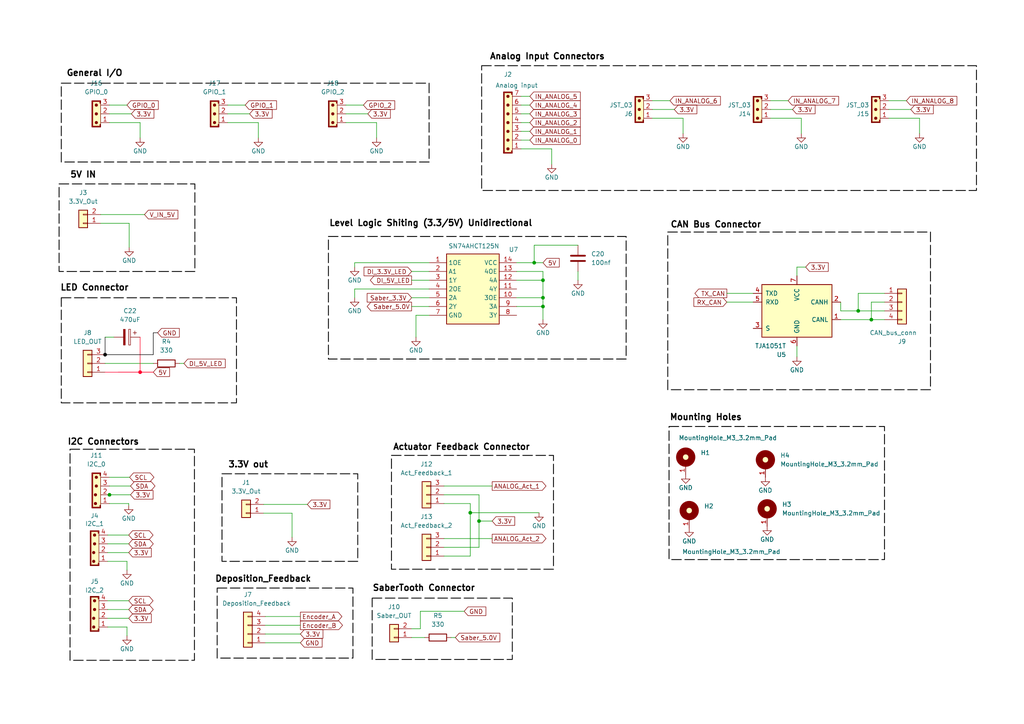
<source format=kicad_sch>
(kicad_sch
	(version 20250114)
	(generator "eeschema")
	(generator_version "9.0")
	(uuid "e32bdc6b-2470-4ff6-b681-8aa1f4a5480f")
	(paper "A4")
	(lib_symbols
		(symbol "74xx:74AHC373"
			(exclude_from_sim no)
			(in_bom yes)
			(on_board yes)
			(property "Reference" "U7"
				(at -1.016 20.32 0)
				(effects
					(font
						(size 1.27 1.27)
					)
					(justify left)
				)
			)
			(property "Value" "SN74AHCT125N"
				(at -7.112 17.526 0)
				(effects
					(font
						(size 1.27 1.27)
					)
					(justify left)
				)
			)
			(property "Footprint" ""
				(at 0 0 0)
				(effects
					(font
						(size 1.27 1.27)
					)
					(hide yes)
				)
			)
			(property "Datasheet" "https://assets.nexperia.com/documents/data-sheet/74AHC373.pdf"
				(at 0 0 0)
				(effects
					(font
						(size 1.27 1.27)
					)
					(hide yes)
				)
			)
			(property "Description" "8-bit Latch, 3-state outputs"
				(at 0 0 0)
				(effects
					(font
						(size 1.27 1.27)
					)
					(hide yes)
				)
			)
			(property "ki_keywords" "AHCMOS REG DFF DFF8 LATCH"
				(at 0 0 0)
				(effects
					(font
						(size 1.27 1.27)
					)
					(hide yes)
				)
			)
			(property "ki_fp_filters" "DIP?20* SOIC?20* SO?20* SSOP?20* TSSOP?20*"
				(at 0 0 0)
				(effects
					(font
						(size 1.27 1.27)
					)
					(hide yes)
				)
			)
			(symbol "74AHC373_1_0"
				(pin input line
					(at -12.7 12.7 0)
					(length 5.08)
					(name "1OE"
						(effects
							(font
								(size 1.27 1.27)
							)
						)
					)
					(number "1"
						(effects
							(font
								(size 1.27 1.27)
							)
						)
					)
				)
				(pin input line
					(at -12.7 10.16 0)
					(length 5.08)
					(name "A1"
						(effects
							(font
								(size 1.27 1.27)
							)
						)
					)
					(number "2"
						(effects
							(font
								(size 1.27 1.27)
							)
						)
					)
				)
				(pin input line
					(at -12.7 7.62 0)
					(length 5.08)
					(name "1Y"
						(effects
							(font
								(size 1.27 1.27)
							)
						)
					)
					(number "3"
						(effects
							(font
								(size 1.27 1.27)
							)
						)
					)
				)
				(pin input line
					(at -12.7 5.08 0)
					(length 5.08)
					(name "2OE"
						(effects
							(font
								(size 1.27 1.27)
							)
						)
					)
					(number "4"
						(effects
							(font
								(size 1.27 1.27)
							)
						)
					)
				)
				(pin input line
					(at -12.7 2.54 0)
					(length 5.08)
					(name "2A"
						(effects
							(font
								(size 1.27 1.27)
							)
						)
					)
					(number "5"
						(effects
							(font
								(size 1.27 1.27)
							)
						)
					)
				)
				(pin input line
					(at -12.7 0 0)
					(length 5.08)
					(name "2Y"
						(effects
							(font
								(size 1.27 1.27)
							)
						)
					)
					(number "6"
						(effects
							(font
								(size 1.27 1.27)
							)
						)
					)
				)
				(pin input line
					(at -12.7 -2.54 0)
					(length 5.08)
					(name "GND"
						(effects
							(font
								(size 1.27 1.27)
							)
						)
					)
					(number "7"
						(effects
							(font
								(size 1.27 1.27)
							)
						)
					)
				)
				(pin tri_state line
					(at 12.7 12.7 180)
					(length 5.08)
					(name "VCC"
						(effects
							(font
								(size 1.27 1.27)
							)
						)
					)
					(number "14"
						(effects
							(font
								(size 1.27 1.27)
							)
						)
					)
				)
				(pin tri_state line
					(at 12.7 10.16 180)
					(length 5.08)
					(name "4OE"
						(effects
							(font
								(size 1.27 1.27)
							)
						)
					)
					(number "13"
						(effects
							(font
								(size 1.27 1.27)
							)
						)
					)
				)
				(pin tri_state line
					(at 12.7 7.62 180)
					(length 5.08)
					(name "4A"
						(effects
							(font
								(size 1.27 1.27)
							)
						)
					)
					(number "12"
						(effects
							(font
								(size 1.27 1.27)
							)
						)
					)
				)
				(pin tri_state line
					(at 12.7 5.08 180)
					(length 5.08)
					(name "4Y"
						(effects
							(font
								(size 1.27 1.27)
							)
						)
					)
					(number "11"
						(effects
							(font
								(size 1.27 1.27)
							)
						)
					)
				)
				(pin tri_state line
					(at 12.7 2.54 180)
					(length 5.08)
					(name "3OE"
						(effects
							(font
								(size 1.27 1.27)
							)
						)
					)
					(number "10"
						(effects
							(font
								(size 1.27 1.27)
							)
						)
					)
				)
				(pin tri_state line
					(at 12.7 0 180)
					(length 5.08)
					(name "3A"
						(effects
							(font
								(size 1.27 1.27)
							)
						)
					)
					(number "9"
						(effects
							(font
								(size 1.27 1.27)
							)
						)
					)
				)
				(pin tri_state line
					(at 12.7 -2.54 180)
					(length 5.08)
					(name "3Y"
						(effects
							(font
								(size 1.27 1.27)
							)
						)
					)
					(number "8"
						(effects
							(font
								(size 1.27 1.27)
							)
						)
					)
				)
			)
			(symbol "74AHC373_1_1"
				(rectangle
					(start -7.62 15.24)
					(end 7.62 -5.08)
					(stroke
						(width 0.254)
						(type default)
					)
					(fill
						(type background)
					)
				)
			)
			(embedded_fonts no)
		)
		(symbol "Connector_Generic:Conn_01x02"
			(pin_names
				(offset 1.016)
				(hide yes)
			)
			(exclude_from_sim no)
			(in_bom yes)
			(on_board yes)
			(property "Reference" "J"
				(at 0 2.54 0)
				(effects
					(font
						(size 1.27 1.27)
					)
				)
			)
			(property "Value" "Conn_01x02"
				(at 0 -5.08 0)
				(effects
					(font
						(size 1.27 1.27)
					)
				)
			)
			(property "Footprint" ""
				(at 0 0 0)
				(effects
					(font
						(size 1.27 1.27)
					)
					(hide yes)
				)
			)
			(property "Datasheet" "~"
				(at 0 0 0)
				(effects
					(font
						(size 1.27 1.27)
					)
					(hide yes)
				)
			)
			(property "Description" "Generic connector, single row, 01x02, script generated (kicad-library-utils/schlib/autogen/connector/)"
				(at 0 0 0)
				(effects
					(font
						(size 1.27 1.27)
					)
					(hide yes)
				)
			)
			(property "ki_keywords" "connector"
				(at 0 0 0)
				(effects
					(font
						(size 1.27 1.27)
					)
					(hide yes)
				)
			)
			(property "ki_fp_filters" "Connector*:*_1x??_*"
				(at 0 0 0)
				(effects
					(font
						(size 1.27 1.27)
					)
					(hide yes)
				)
			)
			(symbol "Conn_01x02_1_1"
				(rectangle
					(start -1.27 1.27)
					(end 1.27 -3.81)
					(stroke
						(width 0.254)
						(type default)
					)
					(fill
						(type background)
					)
				)
				(rectangle
					(start -1.27 0.127)
					(end 0 -0.127)
					(stroke
						(width 0.1524)
						(type default)
					)
					(fill
						(type none)
					)
				)
				(rectangle
					(start -1.27 -2.413)
					(end 0 -2.667)
					(stroke
						(width 0.1524)
						(type default)
					)
					(fill
						(type none)
					)
				)
				(pin passive line
					(at -5.08 0 0)
					(length 3.81)
					(name "Pin_1"
						(effects
							(font
								(size 1.27 1.27)
							)
						)
					)
					(number "1"
						(effects
							(font
								(size 1.27 1.27)
							)
						)
					)
				)
				(pin passive line
					(at -5.08 -2.54 0)
					(length 3.81)
					(name "Pin_2"
						(effects
							(font
								(size 1.27 1.27)
							)
						)
					)
					(number "2"
						(effects
							(font
								(size 1.27 1.27)
							)
						)
					)
				)
			)
			(embedded_fonts no)
		)
		(symbol "Connector_Generic:Conn_01x03"
			(pin_names
				(offset 1.016)
				(hide yes)
			)
			(exclude_from_sim no)
			(in_bom yes)
			(on_board yes)
			(property "Reference" "J"
				(at 0 5.08 0)
				(effects
					(font
						(size 1.27 1.27)
					)
				)
			)
			(property "Value" "Conn_01x03"
				(at 0 -5.08 0)
				(effects
					(font
						(size 1.27 1.27)
					)
				)
			)
			(property "Footprint" ""
				(at 0 0 0)
				(effects
					(font
						(size 1.27 1.27)
					)
					(hide yes)
				)
			)
			(property "Datasheet" "~"
				(at 0 0 0)
				(effects
					(font
						(size 1.27 1.27)
					)
					(hide yes)
				)
			)
			(property "Description" "Generic connector, single row, 01x03, script generated (kicad-library-utils/schlib/autogen/connector/)"
				(at 0 0 0)
				(effects
					(font
						(size 1.27 1.27)
					)
					(hide yes)
				)
			)
			(property "ki_keywords" "connector"
				(at 0 0 0)
				(effects
					(font
						(size 1.27 1.27)
					)
					(hide yes)
				)
			)
			(property "ki_fp_filters" "Connector*:*_1x??_*"
				(at 0 0 0)
				(effects
					(font
						(size 1.27 1.27)
					)
					(hide yes)
				)
			)
			(symbol "Conn_01x03_1_1"
				(rectangle
					(start -1.27 3.81)
					(end 1.27 -3.81)
					(stroke
						(width 0.254)
						(type default)
					)
					(fill
						(type background)
					)
				)
				(rectangle
					(start -1.27 2.667)
					(end 0 2.413)
					(stroke
						(width 0.1524)
						(type default)
					)
					(fill
						(type none)
					)
				)
				(rectangle
					(start -1.27 0.127)
					(end 0 -0.127)
					(stroke
						(width 0.1524)
						(type default)
					)
					(fill
						(type none)
					)
				)
				(rectangle
					(start -1.27 -2.413)
					(end 0 -2.667)
					(stroke
						(width 0.1524)
						(type default)
					)
					(fill
						(type none)
					)
				)
				(pin passive line
					(at -5.08 2.54 0)
					(length 3.81)
					(name "Pin_1"
						(effects
							(font
								(size 1.27 1.27)
							)
						)
					)
					(number "1"
						(effects
							(font
								(size 1.27 1.27)
							)
						)
					)
				)
				(pin passive line
					(at -5.08 0 0)
					(length 3.81)
					(name "Pin_2"
						(effects
							(font
								(size 1.27 1.27)
							)
						)
					)
					(number "2"
						(effects
							(font
								(size 1.27 1.27)
							)
						)
					)
				)
				(pin passive line
					(at -5.08 -2.54 0)
					(length 3.81)
					(name "Pin_3"
						(effects
							(font
								(size 1.27 1.27)
							)
						)
					)
					(number "3"
						(effects
							(font
								(size 1.27 1.27)
							)
						)
					)
				)
			)
			(embedded_fonts no)
		)
		(symbol "Connector_Generic:Conn_01x04"
			(pin_names
				(offset 1.016)
				(hide yes)
			)
			(exclude_from_sim no)
			(in_bom yes)
			(on_board yes)
			(property "Reference" "J"
				(at 0 5.08 0)
				(effects
					(font
						(size 1.27 1.27)
					)
				)
			)
			(property "Value" "Conn_01x04"
				(at 0 -7.62 0)
				(effects
					(font
						(size 1.27 1.27)
					)
				)
			)
			(property "Footprint" ""
				(at 0 0 0)
				(effects
					(font
						(size 1.27 1.27)
					)
					(hide yes)
				)
			)
			(property "Datasheet" "~"
				(at 0 0 0)
				(effects
					(font
						(size 1.27 1.27)
					)
					(hide yes)
				)
			)
			(property "Description" "Generic connector, single row, 01x04, script generated (kicad-library-utils/schlib/autogen/connector/)"
				(at 0 0 0)
				(effects
					(font
						(size 1.27 1.27)
					)
					(hide yes)
				)
			)
			(property "ki_keywords" "connector"
				(at 0 0 0)
				(effects
					(font
						(size 1.27 1.27)
					)
					(hide yes)
				)
			)
			(property "ki_fp_filters" "Connector*:*_1x??_*"
				(at 0 0 0)
				(effects
					(font
						(size 1.27 1.27)
					)
					(hide yes)
				)
			)
			(symbol "Conn_01x04_1_1"
				(rectangle
					(start -1.27 3.81)
					(end 1.27 -6.35)
					(stroke
						(width 0.254)
						(type default)
					)
					(fill
						(type background)
					)
				)
				(rectangle
					(start -1.27 2.667)
					(end 0 2.413)
					(stroke
						(width 0.1524)
						(type default)
					)
					(fill
						(type none)
					)
				)
				(rectangle
					(start -1.27 0.127)
					(end 0 -0.127)
					(stroke
						(width 0.1524)
						(type default)
					)
					(fill
						(type none)
					)
				)
				(rectangle
					(start -1.27 -2.413)
					(end 0 -2.667)
					(stroke
						(width 0.1524)
						(type default)
					)
					(fill
						(type none)
					)
				)
				(rectangle
					(start -1.27 -4.953)
					(end 0 -5.207)
					(stroke
						(width 0.1524)
						(type default)
					)
					(fill
						(type none)
					)
				)
				(pin passive line
					(at -5.08 2.54 0)
					(length 3.81)
					(name "Pin_1"
						(effects
							(font
								(size 1.27 1.27)
							)
						)
					)
					(number "1"
						(effects
							(font
								(size 1.27 1.27)
							)
						)
					)
				)
				(pin passive line
					(at -5.08 0 0)
					(length 3.81)
					(name "Pin_2"
						(effects
							(font
								(size 1.27 1.27)
							)
						)
					)
					(number "2"
						(effects
							(font
								(size 1.27 1.27)
							)
						)
					)
				)
				(pin passive line
					(at -5.08 -2.54 0)
					(length 3.81)
					(name "Pin_3"
						(effects
							(font
								(size 1.27 1.27)
							)
						)
					)
					(number "3"
						(effects
							(font
								(size 1.27 1.27)
							)
						)
					)
				)
				(pin passive line
					(at -5.08 -5.08 0)
					(length 3.81)
					(name "Pin_4"
						(effects
							(font
								(size 1.27 1.27)
							)
						)
					)
					(number "4"
						(effects
							(font
								(size 1.27 1.27)
							)
						)
					)
				)
			)
			(embedded_fonts no)
		)
		(symbol "Device:C"
			(pin_numbers
				(hide yes)
			)
			(pin_names
				(offset 0.254)
			)
			(exclude_from_sim no)
			(in_bom yes)
			(on_board yes)
			(property "Reference" "C"
				(at 0.635 2.54 0)
				(effects
					(font
						(size 1.27 1.27)
					)
					(justify left)
				)
			)
			(property "Value" "C"
				(at 0.635 -2.54 0)
				(effects
					(font
						(size 1.27 1.27)
					)
					(justify left)
				)
			)
			(property "Footprint" ""
				(at 0.9652 -3.81 0)
				(effects
					(font
						(size 1.27 1.27)
					)
					(hide yes)
				)
			)
			(property "Datasheet" "~"
				(at 0 0 0)
				(effects
					(font
						(size 1.27 1.27)
					)
					(hide yes)
				)
			)
			(property "Description" "Unpolarized capacitor"
				(at 0 0 0)
				(effects
					(font
						(size 1.27 1.27)
					)
					(hide yes)
				)
			)
			(property "ki_keywords" "cap capacitor"
				(at 0 0 0)
				(effects
					(font
						(size 1.27 1.27)
					)
					(hide yes)
				)
			)
			(property "ki_fp_filters" "C_*"
				(at 0 0 0)
				(effects
					(font
						(size 1.27 1.27)
					)
					(hide yes)
				)
			)
			(symbol "C_0_1"
				(polyline
					(pts
						(xy -2.032 0.762) (xy 2.032 0.762)
					)
					(stroke
						(width 0.508)
						(type default)
					)
					(fill
						(type none)
					)
				)
				(polyline
					(pts
						(xy -2.032 -0.762) (xy 2.032 -0.762)
					)
					(stroke
						(width 0.508)
						(type default)
					)
					(fill
						(type none)
					)
				)
			)
			(symbol "C_1_1"
				(pin passive line
					(at 0 3.81 270)
					(length 2.794)
					(name "~"
						(effects
							(font
								(size 1.27 1.27)
							)
						)
					)
					(number "1"
						(effects
							(font
								(size 1.27 1.27)
							)
						)
					)
				)
				(pin passive line
					(at 0 -3.81 90)
					(length 2.794)
					(name "~"
						(effects
							(font
								(size 1.27 1.27)
							)
						)
					)
					(number "2"
						(effects
							(font
								(size 1.27 1.27)
							)
						)
					)
				)
			)
			(embedded_fonts no)
		)
		(symbol "Device:C_Polarized"
			(pin_numbers
				(hide yes)
			)
			(pin_names
				(offset 0.254)
			)
			(exclude_from_sim no)
			(in_bom yes)
			(on_board yes)
			(property "Reference" "C"
				(at 0.635 2.54 0)
				(effects
					(font
						(size 1.27 1.27)
					)
					(justify left)
				)
			)
			(property "Value" "C_Polarized"
				(at 0.635 -2.54 0)
				(effects
					(font
						(size 1.27 1.27)
					)
					(justify left)
				)
			)
			(property "Footprint" ""
				(at 0.9652 -3.81 0)
				(effects
					(font
						(size 1.27 1.27)
					)
					(hide yes)
				)
			)
			(property "Datasheet" "~"
				(at 0 0 0)
				(effects
					(font
						(size 1.27 1.27)
					)
					(hide yes)
				)
			)
			(property "Description" "Polarized capacitor"
				(at 0 0 0)
				(effects
					(font
						(size 1.27 1.27)
					)
					(hide yes)
				)
			)
			(property "ki_keywords" "cap capacitor"
				(at 0 0 0)
				(effects
					(font
						(size 1.27 1.27)
					)
					(hide yes)
				)
			)
			(property "ki_fp_filters" "CP_*"
				(at 0 0 0)
				(effects
					(font
						(size 1.27 1.27)
					)
					(hide yes)
				)
			)
			(symbol "C_Polarized_0_1"
				(rectangle
					(start -2.286 0.508)
					(end 2.286 1.016)
					(stroke
						(width 0)
						(type default)
					)
					(fill
						(type none)
					)
				)
				(polyline
					(pts
						(xy -1.778 2.286) (xy -0.762 2.286)
					)
					(stroke
						(width 0)
						(type default)
					)
					(fill
						(type none)
					)
				)
				(polyline
					(pts
						(xy -1.27 2.794) (xy -1.27 1.778)
					)
					(stroke
						(width 0)
						(type default)
					)
					(fill
						(type none)
					)
				)
				(rectangle
					(start 2.286 -0.508)
					(end -2.286 -1.016)
					(stroke
						(width 0)
						(type default)
					)
					(fill
						(type outline)
					)
				)
			)
			(symbol "C_Polarized_1_1"
				(pin passive line
					(at 0 3.81 270)
					(length 2.794)
					(name "~"
						(effects
							(font
								(size 1.27 1.27)
							)
						)
					)
					(number "1"
						(effects
							(font
								(size 1.27 1.27)
							)
						)
					)
				)
				(pin passive line
					(at 0 -3.81 90)
					(length 2.794)
					(name "~"
						(effects
							(font
								(size 1.27 1.27)
							)
						)
					)
					(number "2"
						(effects
							(font
								(size 1.27 1.27)
							)
						)
					)
				)
			)
			(embedded_fonts no)
		)
		(symbol "Device:R"
			(pin_numbers
				(hide yes)
			)
			(pin_names
				(offset 0)
			)
			(exclude_from_sim no)
			(in_bom yes)
			(on_board yes)
			(property "Reference" "R"
				(at 2.032 0 90)
				(effects
					(font
						(size 1.27 1.27)
					)
				)
			)
			(property "Value" "R"
				(at 0 0 90)
				(effects
					(font
						(size 1.27 1.27)
					)
				)
			)
			(property "Footprint" ""
				(at -1.778 0 90)
				(effects
					(font
						(size 1.27 1.27)
					)
					(hide yes)
				)
			)
			(property "Datasheet" "~"
				(at 0 0 0)
				(effects
					(font
						(size 1.27 1.27)
					)
					(hide yes)
				)
			)
			(property "Description" "Resistor"
				(at 0 0 0)
				(effects
					(font
						(size 1.27 1.27)
					)
					(hide yes)
				)
			)
			(property "ki_keywords" "R res resistor"
				(at 0 0 0)
				(effects
					(font
						(size 1.27 1.27)
					)
					(hide yes)
				)
			)
			(property "ki_fp_filters" "R_*"
				(at 0 0 0)
				(effects
					(font
						(size 1.27 1.27)
					)
					(hide yes)
				)
			)
			(symbol "R_0_1"
				(rectangle
					(start -1.016 -2.54)
					(end 1.016 2.54)
					(stroke
						(width 0.254)
						(type default)
					)
					(fill
						(type none)
					)
				)
			)
			(symbol "R_1_1"
				(pin passive line
					(at 0 3.81 270)
					(length 1.27)
					(name "~"
						(effects
							(font
								(size 1.27 1.27)
							)
						)
					)
					(number "1"
						(effects
							(font
								(size 1.27 1.27)
							)
						)
					)
				)
				(pin passive line
					(at 0 -3.81 90)
					(length 1.27)
					(name "~"
						(effects
							(font
								(size 1.27 1.27)
							)
						)
					)
					(number "2"
						(effects
							(font
								(size 1.27 1.27)
							)
						)
					)
				)
			)
			(embedded_fonts no)
		)
		(symbol "Interface_CAN_LIN:TJA1051T"
			(pin_names
				(offset 1.016)
			)
			(exclude_from_sim no)
			(in_bom yes)
			(on_board yes)
			(property "Reference" "U5"
				(at -3.1181 -12.7 0)
				(effects
					(font
						(size 1.27 1.27)
					)
					(justify right)
				)
			)
			(property "Value" "TJA1051T"
				(at -3.1181 -10.16 0)
				(effects
					(font
						(size 1.27 1.27)
					)
					(justify right)
				)
			)
			(property "Footprint" "Connector_PinHeader_2.54mm:PinHeader_1x08_P2.54mm_Vertical"
				(at 0 -12.7 0)
				(effects
					(font
						(size 1.27 1.27)
						(italic yes)
					)
					(hide yes)
				)
			)
			(property "Datasheet" "http://www.nxp.com/docs/en/data-sheet/TJA1051.pdf"
				(at 0 0 0)
				(effects
					(font
						(size 1.27 1.27)
					)
					(hide yes)
				)
			)
			(property "Description" "High-Speed CAN Transceiver, silent mode, SOIC-8"
				(at 0 0 0)
				(effects
					(font
						(size 1.27 1.27)
					)
					(hide yes)
				)
			)
			(property "ki_keywords" "High-Speed CAN Transceiver"
				(at 0 0 0)
				(effects
					(font
						(size 1.27 1.27)
					)
					(hide yes)
				)
			)
			(property "ki_fp_filters" "SOIC*3.9x4.9mm*P1.27mm*"
				(at 0 0 0)
				(effects
					(font
						(size 1.27 1.27)
					)
					(hide yes)
				)
			)
			(symbol "TJA1051T_0_1"
				(rectangle
					(start -10.16 7.62)
					(end 10.16 -7.62)
					(stroke
						(width 0.254)
						(type default)
					)
					(fill
						(type background)
					)
				)
			)
			(symbol "TJA1051T_1_1"
				(pin input line
					(at -12.7 5.08 0)
					(length 2.54)
					(name "TXD"
						(effects
							(font
								(size 1.27 1.27)
							)
						)
					)
					(number "4"
						(effects
							(font
								(size 1.27 1.27)
							)
						)
					)
				)
				(pin output line
					(at -12.7 2.54 0)
					(length 2.54)
					(name "RXD"
						(effects
							(font
								(size 1.27 1.27)
							)
						)
					)
					(number "5"
						(effects
							(font
								(size 1.27 1.27)
							)
						)
					)
				)
				(pin input line
					(at -12.7 -5.08 0)
					(length 2.54)
					(name "S"
						(effects
							(font
								(size 1.27 1.27)
							)
						)
					)
					(number "3"
						(effects
							(font
								(size 1.27 1.27)
							)
						)
					)
				)
				(pin no_connect line
					(at -10.16 -2.54 0)
					(length 2.54)
					(hide yes)
					(name "NC"
						(effects
							(font
								(size 1.27 1.27)
							)
						)
					)
					(number "5"
						(effects
							(font
								(size 1.27 1.27)
							)
						)
					)
				)
				(pin power_in line
					(at 0 10.16 270)
					(length 2.54)
					(name "VCC"
						(effects
							(font
								(size 1.27 1.27)
							)
						)
					)
					(number "7"
						(effects
							(font
								(size 1.27 1.27)
							)
						)
					)
				)
				(pin power_in line
					(at 0 -10.16 90)
					(length 2.54)
					(name "GND"
						(effects
							(font
								(size 1.27 1.27)
							)
						)
					)
					(number "6"
						(effects
							(font
								(size 1.27 1.27)
							)
						)
					)
				)
				(pin bidirectional line
					(at 12.7 2.54 180)
					(length 2.54)
					(name "CANH"
						(effects
							(font
								(size 1.27 1.27)
							)
						)
					)
					(number "2"
						(effects
							(font
								(size 1.27 1.27)
							)
						)
					)
				)
				(pin bidirectional line
					(at 12.7 -2.54 180)
					(length 2.54)
					(name "CANL"
						(effects
							(font
								(size 1.27 1.27)
							)
						)
					)
					(number "1"
						(effects
							(font
								(size 1.27 1.27)
							)
						)
					)
				)
			)
			(embedded_fonts no)
		)
		(symbol "PCM_SL_Connectors:JST_03"
			(exclude_from_sim no)
			(in_bom yes)
			(on_board yes)
			(property "Reference" "J"
				(at 0 8.89 0)
				(effects
					(font
						(size 1.27 1.27)
					)
				)
			)
			(property "Value" "JST_03"
				(at 0 6.35 0)
				(effects
					(font
						(size 1.27 1.27)
					)
				)
			)
			(property "Footprint" "Connector_JST:JST_EH_B3B-EH-A_1x03_P2.50mm_Vertical"
				(at 0 7.62 0)
				(effects
					(font
						(size 1.27 1.27)
					)
					(hide yes)
				)
			)
			(property "Datasheet" ""
				(at 0 7.62 0)
				(effects
					(font
						(size 1.27 1.27)
					)
					(hide yes)
				)
			)
			(property "Description" "JST Connector  3 pins"
				(at 0 0 0)
				(effects
					(font
						(size 1.27 1.27)
					)
					(hide yes)
				)
			)
			(property "ki_keywords" "JST"
				(at 0 0 0)
				(effects
					(font
						(size 1.27 1.27)
					)
					(hide yes)
				)
			)
			(property "ki_fp_filters" "Connector_JST:JST_EH_S3B-EH_1x03_P2.50mm_Horizontal"
				(at 0 0 0)
				(effects
					(font
						(size 1.27 1.27)
					)
					(hide yes)
				)
			)
			(symbol "JST_03_0_1"
				(rectangle
					(start -1.27 3.81)
					(end 1.27 -3.81)
					(stroke
						(width 0)
						(type default)
					)
					(fill
						(type background)
					)
				)
				(polyline
					(pts
						(xy -1.27 -3.048) (xy -1.27 -3.81) (xy 1.27 -3.81) (xy 1.27 -3.048) (xy 1.016 -3.048) (xy 1.016 -3.556)
						(xy -1.016 -3.556) (xy -1.016 -3.048) (xy -1.27 -3.048)
					)
					(stroke
						(width 0)
						(type default)
					)
					(fill
						(type outline)
					)
				)
				(circle
					(center 0 2.54)
					(radius 0.381)
					(stroke
						(width 0)
						(type default)
					)
					(fill
						(type outline)
					)
				)
				(circle
					(center 0 0)
					(radius 0.381)
					(stroke
						(width 0)
						(type default)
					)
					(fill
						(type outline)
					)
				)
				(circle
					(center 0 -2.54)
					(radius 0.381)
					(stroke
						(width 0)
						(type default)
					)
					(fill
						(type outline)
					)
				)
				(rectangle
					(start 1.016 3.048)
					(end 1.27 -3.048)
					(stroke
						(width 0)
						(type default)
					)
					(fill
						(type outline)
					)
				)
				(polyline
					(pts
						(xy 1.27 3.048) (xy 1.27 3.81) (xy -1.27 3.81) (xy -1.27 3.048) (xy -1.016 3.048) (xy -1.016 3.556)
						(xy 1.016 3.556) (xy 1.016 3.048) (xy 1.27 3.048)
					)
					(stroke
						(width 0)
						(type default)
					)
					(fill
						(type outline)
					)
				)
			)
			(symbol "JST_03_1_1"
				(pin passive line
					(at -3.81 2.54 0)
					(length 2.54)
					(name ""
						(effects
							(font
								(size 1.27 1.27)
							)
						)
					)
					(number "1"
						(effects
							(font
								(size 1.27 1.27)
							)
						)
					)
				)
				(pin passive line
					(at -3.81 0 0)
					(length 2.54)
					(name ""
						(effects
							(font
								(size 1.27 1.27)
							)
						)
					)
					(number "2"
						(effects
							(font
								(size 1.27 1.27)
							)
						)
					)
				)
				(pin passive line
					(at -3.81 -2.54 0)
					(length 2.54)
					(name ""
						(effects
							(font
								(size 1.27 1.27)
							)
						)
					)
					(number "3"
						(effects
							(font
								(size 1.27 1.27)
							)
						)
					)
				)
			)
			(embedded_fonts no)
		)
		(symbol "PCM_SL_Connectors:JST_04"
			(exclude_from_sim no)
			(in_bom yes)
			(on_board yes)
			(property "Reference" "J"
				(at 0 10.414 0)
				(effects
					(font
						(size 1.27 1.27)
					)
				)
			)
			(property "Value" "JST_04"
				(at 0 7.874 0)
				(effects
					(font
						(size 1.27 1.27)
					)
				)
			)
			(property "Footprint" "Connector_JST:JST_EH_B4B-EH-A_1x04_P2.50mm_Vertical"
				(at 0 9.144 0)
				(effects
					(font
						(size 1.27 1.27)
					)
					(hide yes)
				)
			)
			(property "Datasheet" ""
				(at 0 9.144 0)
				(effects
					(font
						(size 1.27 1.27)
					)
					(hide yes)
				)
			)
			(property "Description" "JST Connector  4 pins"
				(at 0 0 0)
				(effects
					(font
						(size 1.27 1.27)
					)
					(hide yes)
				)
			)
			(property "ki_keywords" "JST"
				(at 0 0 0)
				(effects
					(font
						(size 1.27 1.27)
					)
					(hide yes)
				)
			)
			(property "ki_fp_filters" "Connector_JST:JST_EH_S4B-EH_1x04_P2.50mm_Horizontal"
				(at 0 0 0)
				(effects
					(font
						(size 1.27 1.27)
					)
					(hide yes)
				)
			)
			(symbol "JST_04_0_1"
				(rectangle
					(start -1.27 5.334)
					(end 1.27 -4.826)
					(stroke
						(width 0)
						(type default)
					)
					(fill
						(type background)
					)
				)
				(polyline
					(pts
						(xy -1.27 -4.064) (xy -1.27 -4.826) (xy 1.27 -4.826) (xy 1.27 -4.064) (xy 1.016 -4.064) (xy 1.016 -4.572)
						(xy -1.016 -4.572) (xy -1.016 -4.064) (xy -1.27 -4.064)
					)
					(stroke
						(width 0)
						(type default)
					)
					(fill
						(type outline)
					)
				)
				(circle
					(center 0 -1.016)
					(radius 0.381)
					(stroke
						(width 0)
						(type default)
					)
					(fill
						(type outline)
					)
				)
				(circle
					(center 0 -3.556)
					(radius 0.381)
					(stroke
						(width 0)
						(type default)
					)
					(fill
						(type outline)
					)
				)
				(circle
					(center 0.254 4.064)
					(radius 0.381)
					(stroke
						(width 0)
						(type default)
					)
					(fill
						(type outline)
					)
				)
				(circle
					(center 0.254 1.524)
					(radius 0.381)
					(stroke
						(width 0)
						(type default)
					)
					(fill
						(type outline)
					)
				)
				(rectangle
					(start 1.016 4.572)
					(end 1.27 -4.064)
					(stroke
						(width 0)
						(type default)
					)
					(fill
						(type outline)
					)
				)
				(polyline
					(pts
						(xy 1.27 4.572) (xy 1.27 5.334) (xy -1.27 5.334) (xy -1.27 4.572) (xy -1.016 4.572) (xy -1.016 5.08)
						(xy 1.016 5.08) (xy 1.016 4.572) (xy 1.27 4.572)
					)
					(stroke
						(width 0)
						(type default)
					)
					(fill
						(type outline)
					)
				)
			)
			(symbol "JST_04_1_1"
				(pin passive line
					(at -3.81 4.064 0)
					(length 2.54)
					(name ""
						(effects
							(font
								(size 1.27 1.27)
							)
						)
					)
					(number "1"
						(effects
							(font
								(size 1.27 1.27)
							)
						)
					)
				)
				(pin passive line
					(at -3.81 1.524 0)
					(length 2.54)
					(name ""
						(effects
							(font
								(size 1.27 1.27)
							)
						)
					)
					(number "2"
						(effects
							(font
								(size 1.27 1.27)
							)
						)
					)
				)
				(pin passive line
					(at -3.81 -1.016 0)
					(length 2.54)
					(name ""
						(effects
							(font
								(size 1.27 1.27)
							)
						)
					)
					(number "3"
						(effects
							(font
								(size 1.27 1.27)
							)
						)
					)
				)
				(pin passive line
					(at -3.81 -3.556 0)
					(length 2.54)
					(name ""
						(effects
							(font
								(size 1.27 1.27)
							)
						)
					)
					(number "4"
						(effects
							(font
								(size 1.27 1.27)
							)
						)
					)
				)
			)
			(embedded_fonts no)
		)
		(symbol "PCM_SL_Connectors:JST_07"
			(exclude_from_sim no)
			(in_bom yes)
			(on_board yes)
			(property "Reference" "J"
				(at 0 13.97 0)
				(effects
					(font
						(size 1.27 1.27)
					)
				)
			)
			(property "Value" "JST_07"
				(at 0 11.43 0)
				(effects
					(font
						(size 1.27 1.27)
					)
				)
			)
			(property "Footprint" "Connector_JST:JST_EH_B7B-EH-A_1x07_P2.50mm_Vertical"
				(at 0 12.7 0)
				(effects
					(font
						(size 1.27 1.27)
					)
					(hide yes)
				)
			)
			(property "Datasheet" ""
				(at 0 12.7 0)
				(effects
					(font
						(size 1.27 1.27)
					)
					(hide yes)
				)
			)
			(property "Description" "JST Connector  7 pins"
				(at 0 0 0)
				(effects
					(font
						(size 1.27 1.27)
					)
					(hide yes)
				)
			)
			(property "ki_keywords" "JST"
				(at 0 0 0)
				(effects
					(font
						(size 1.27 1.27)
					)
					(hide yes)
				)
			)
			(property "ki_fp_filters" "Connector_JST:JST_EH_S7B-EH_1x07_P2.50mm_Horizontal"
				(at 0 0 0)
				(effects
					(font
						(size 1.27 1.27)
					)
					(hide yes)
				)
			)
			(symbol "JST_07_0_1"
				(rectangle
					(start -1.27 8.89)
					(end 1.27 -8.89)
					(stroke
						(width 0)
						(type default)
					)
					(fill
						(type background)
					)
				)
				(polyline
					(pts
						(xy -1.27 -8.128) (xy -1.27 -8.89) (xy 1.27 -8.89) (xy 1.27 -8.128) (xy 1.016 -8.128) (xy 1.016 -8.636)
						(xy -1.016 -8.636) (xy -1.016 -8.128) (xy -1.27 -8.128)
					)
					(stroke
						(width 0)
						(type default)
					)
					(fill
						(type outline)
					)
				)
				(circle
					(center 0 7.62)
					(radius 0.381)
					(stroke
						(width 0)
						(type default)
					)
					(fill
						(type outline)
					)
				)
				(circle
					(center 0 5.08)
					(radius 0.381)
					(stroke
						(width 0)
						(type default)
					)
					(fill
						(type outline)
					)
				)
				(circle
					(center 0 2.54)
					(radius 0.381)
					(stroke
						(width 0)
						(type default)
					)
					(fill
						(type outline)
					)
				)
				(circle
					(center 0 0)
					(radius 0.381)
					(stroke
						(width 0)
						(type default)
					)
					(fill
						(type outline)
					)
				)
				(circle
					(center 0 -2.54)
					(radius 0.381)
					(stroke
						(width 0)
						(type default)
					)
					(fill
						(type outline)
					)
				)
				(circle
					(center 0 -5.08)
					(radius 0.381)
					(stroke
						(width 0)
						(type default)
					)
					(fill
						(type outline)
					)
				)
				(circle
					(center 0 -7.62)
					(radius 0.381)
					(stroke
						(width 0)
						(type default)
					)
					(fill
						(type outline)
					)
				)
				(rectangle
					(start 1.016 8.89)
					(end 1.27 -8.128)
					(stroke
						(width 0)
						(type default)
					)
					(fill
						(type outline)
					)
				)
				(rectangle
					(start 1.016 -5.588)
					(end 1.27 -5.588)
					(stroke
						(width 0)
						(type default)
					)
					(fill
						(type none)
					)
				)
				(polyline
					(pts
						(xy 1.27 8.128) (xy 1.27 8.89) (xy -1.27 8.89) (xy -1.27 8.128) (xy -1.016 8.128) (xy -1.016 8.636)
						(xy 1.016 8.636) (xy 1.016 8.128) (xy 1.27 8.128)
					)
					(stroke
						(width 0)
						(type default)
					)
					(fill
						(type outline)
					)
				)
			)
			(symbol "JST_07_1_1"
				(pin passive line
					(at -3.81 7.62 0)
					(length 2.54)
					(name ""
						(effects
							(font
								(size 1.27 1.27)
							)
						)
					)
					(number "1"
						(effects
							(font
								(size 1.27 1.27)
							)
						)
					)
				)
				(pin passive line
					(at -3.81 5.08 0)
					(length 2.54)
					(name ""
						(effects
							(font
								(size 1.27 1.27)
							)
						)
					)
					(number "2"
						(effects
							(font
								(size 1.27 1.27)
							)
						)
					)
				)
				(pin passive line
					(at -3.81 2.54 0)
					(length 2.54)
					(name ""
						(effects
							(font
								(size 1.27 1.27)
							)
						)
					)
					(number "3"
						(effects
							(font
								(size 1.27 1.27)
							)
						)
					)
				)
				(pin passive line
					(at -3.81 0 0)
					(length 2.54)
					(name ""
						(effects
							(font
								(size 1.27 1.27)
							)
						)
					)
					(number "4"
						(effects
							(font
								(size 1.27 1.27)
							)
						)
					)
				)
				(pin passive line
					(at -3.81 -2.54 0)
					(length 2.54)
					(name ""
						(effects
							(font
								(size 1.27 1.27)
							)
						)
					)
					(number "5"
						(effects
							(font
								(size 1.27 1.27)
							)
						)
					)
				)
				(pin passive line
					(at -3.81 -5.08 0)
					(length 2.54)
					(name ""
						(effects
							(font
								(size 1.27 1.27)
							)
						)
					)
					(number "6"
						(effects
							(font
								(size 1.27 1.27)
							)
						)
					)
				)
				(pin passive line
					(at -3.81 -7.62 0)
					(length 2.54)
					(name ""
						(effects
							(font
								(size 1.27 1.27)
							)
						)
					)
					(number "7"
						(effects
							(font
								(size 1.27 1.27)
							)
						)
					)
				)
			)
			(embedded_fonts no)
		)
		(symbol "PCM_SL_Mechanical:MountingHole_M3_3.2mm_Pad"
			(exclude_from_sim no)
			(in_bom yes)
			(on_board yes)
			(property "Reference" "H"
				(at 0 7.62 0)
				(effects
					(font
						(size 1.27 1.27)
					)
				)
			)
			(property "Value" "MountingHole_M3_3.2mm_Pad"
				(at 0 5.08 0)
				(effects
					(font
						(size 1.27 1.27)
					)
				)
			)
			(property "Footprint" "PCM_SL_Mechanical:MountingHole_3.2mm_Pad"
				(at 0 -3.81 0)
				(effects
					(font
						(size 1.27 1.27)
					)
					(hide yes)
				)
			)
			(property "Datasheet" ""
				(at 0 0 0)
				(effects
					(font
						(size 1.27 1.27)
					)
					(hide yes)
				)
			)
			(property "Description" "3.2mm Diameter Mounting Hole Pad (M3)"
				(at 0 0 0)
				(effects
					(font
						(size 1.27 1.27)
					)
					(hide yes)
				)
			)
			(property "ki_keywords" "Mounting Hole"
				(at 0 0 0)
				(effects
					(font
						(size 1.27 1.27)
					)
					(hide yes)
				)
			)
			(symbol "MountingHole_M3_3.2mm_Pad_0_1"
				(circle
					(center 0 0)
					(radius 1.27)
					(stroke
						(width 0)
						(type default)
					)
					(fill
						(type background)
					)
				)
				(circle
					(center 0 0)
					(radius 1.7961)
					(stroke
						(width 2)
						(type default)
					)
					(fill
						(type none)
					)
				)
			)
			(symbol "MountingHole_M3_3.2mm_Pad_1_1"
				(pin passive line
					(at 0 -5.08 90)
					(length 2.54)
					(name ""
						(effects
							(font
								(size 1.27 1.27)
							)
						)
					)
					(number "1"
						(effects
							(font
								(size 1.27 1.27)
							)
						)
					)
				)
			)
			(embedded_fonts no)
		)
		(symbol "PCM_SparkFun-PowerSymbol:GND"
			(power)
			(pin_names
				(offset 0)
			)
			(exclude_from_sim no)
			(in_bom yes)
			(on_board yes)
			(property "Reference" "#PWR"
				(at 0 -6.35 0)
				(effects
					(font
						(size 1.27 1.27)
					)
					(hide yes)
				)
			)
			(property "Value" "GND"
				(at 0 -3.81 0)
				(do_not_autoplace)
				(effects
					(font
						(size 1.27 1.27)
					)
				)
			)
			(property "Footprint" ""
				(at 0 0 0)
				(effects
					(font
						(size 1.27 1.27)
					)
					(hide yes)
				)
			)
			(property "Datasheet" ""
				(at 0 0 0)
				(effects
					(font
						(size 1.27 1.27)
					)
					(hide yes)
				)
			)
			(property "Description" "Power symbol creates a global label with name \"GND\" , ground"
				(at 0 -8.89 0)
				(effects
					(font
						(size 1.27 1.27)
					)
					(hide yes)
				)
			)
			(property "ki_keywords" "SparkFun global power"
				(at 0 0 0)
				(effects
					(font
						(size 1.27 1.27)
					)
					(hide yes)
				)
			)
			(symbol "GND_0_1"
				(polyline
					(pts
						(xy 0 0) (xy 0 -1.27) (xy 1.27 -1.27) (xy 0 -2.54) (xy -1.27 -1.27) (xy 0 -1.27)
					)
					(stroke
						(width 0)
						(type default)
					)
					(fill
						(type none)
					)
				)
			)
			(symbol "GND_1_1"
				(pin power_in line
					(at 0 0 270)
					(length 0)
					(hide yes)
					(name "GND"
						(effects
							(font
								(size 1.27 1.27)
							)
						)
					)
					(number "1"
						(effects
							(font
								(size 1.27 1.27)
							)
						)
					)
				)
			)
			(embedded_fonts no)
		)
	)
	(rectangle
		(start 113.538 132.08)
		(end 160.528 165.1)
		(stroke
			(width 0.254)
			(type dash)
			(color 5 5 5 1)
		)
		(fill
			(type none)
		)
		(uuid 202b1b21-de3b-49ea-9e71-b0f6cb576960)
	)
	(rectangle
		(start 17.78 24.13)
		(end 124.46 46.99)
		(stroke
			(width 0.254)
			(type dash)
			(color 5 5 5 1)
		)
		(fill
			(type none)
		)
		(uuid 441abfc5-3401-40f9-b8b0-d60f87203315)
	)
	(rectangle
		(start 139.7 19.05)
		(end 283.21 55.245)
		(stroke
			(width 0.254)
			(type dash)
			(color 5 5 5 1)
		)
		(fill
			(type none)
		)
		(uuid 441cf002-503e-4ed8-a321-fc6f0ef9f388)
	)
	(rectangle
		(start 17.145 53.34)
		(end 56.515 78.74)
		(stroke
			(width 0.254)
			(type dash)
			(color 5 5 5 1)
		)
		(fill
			(type none)
		)
		(uuid 4e5ccd3f-d16d-477f-b883-d0b67b47ff2f)
	)
	(rectangle
		(start 107.95 173.482)
		(end 148.59 191.262)
		(stroke
			(width 0.254)
			(type dash)
			(color 5 5 5 1)
		)
		(fill
			(type none)
		)
		(uuid 4e944ac5-07c4-4b2a-a030-5888fd10eedf)
	)
	(rectangle
		(start 62.992 170.561)
		(end 102.362 190.881)
		(stroke
			(width 0.254)
			(type dash)
			(color 5 5 5 1)
		)
		(fill
			(type none)
		)
		(uuid 4ff30266-0732-4dd1-a9f2-3b1aeb620d84)
	)
	(rectangle
		(start 193.675 67.31)
		(end 269.875 113.03)
		(stroke
			(width 0.254)
			(type dash)
			(color 5 5 5 1)
		)
		(fill
			(type none)
		)
		(uuid 6167d03c-095a-4167-94d2-d3eecf601f98)
	)
	(rectangle
		(start 194.056 123.698)
		(end 256.54 162.306)
		(stroke
			(width 0.254)
			(type dash)
			(color 5 5 5 1)
		)
		(fill
			(type none)
		)
		(uuid 7b88371c-b53f-4d7f-9c78-7451018d1e1c)
	)
	(rectangle
		(start 64.389 137.414)
		(end 103.759 162.814)
		(stroke
			(width 0.254)
			(type dash)
			(color 5 5 5 1)
		)
		(fill
			(type none)
		)
		(uuid 80c3114f-300d-45d3-acf8-5b826f403e16)
	)
	(rectangle
		(start 17.78 86.36)
		(end 68.58 116.84)
		(stroke
			(width 0.254)
			(type dash)
			(color 5 5 5 1)
		)
		(fill
			(type none)
		)
		(uuid d03b0043-d3c3-422a-85fa-a26b493d3f71)
	)
	(rectangle
		(start 95.25 68.58)
		(end 181.61 104.14)
		(stroke
			(width 0.254)
			(type dash)
			(color 5 5 5 1)
		)
		(fill
			(type none)
		)
		(uuid dbc42167-9210-4d30-82ec-58d91f24024c)
	)
	(rectangle
		(start 20.32 130.302)
		(end 56.388 191.516)
		(stroke
			(width 0.254)
			(type dash)
			(color 5 5 5 1)
		)
		(fill
			(type none)
		)
		(uuid df5375d8-8ec0-42d7-8ce7-3044cf7fa501)
	)
	(text "3.3V out"
		(exclude_from_sim no)
		(at 72.009 134.874 0)
		(effects
			(font
				(size 1.778 1.778)
				(thickness 0.3556)
				(bold yes)
				(color 0 0 0 1)
			)
		)
		(uuid "4a16b495-2f11-497c-af64-9dba160eead9")
	)
	(text "I2C Connectors"
		(exclude_from_sim no)
		(at 29.972 128.27 0)
		(effects
			(font
				(size 1.778 1.778)
				(thickness 0.3556)
				(bold yes)
				(color 0 0 0 1)
			)
		)
		(uuid "4e5e50e4-c42f-4f07-ad1c-4785b37031d0")
	)
	(text "Deposition_Feedback\n"
		(exclude_from_sim no)
		(at 76.327 168.021 0)
		(effects
			(font
				(size 1.778 1.778)
				(thickness 0.3556)
				(bold yes)
				(color 0 0 0 1)
			)
		)
		(uuid "5bbd55c8-b4ef-4633-adc5-f3e69929ff58")
	)
	(text "Level Logic Shiting (3.3/5V) Unidirectional\n\n"
		(exclude_from_sim no)
		(at 124.968 66.294 0)
		(effects
			(font
				(size 1.778 1.778)
				(thickness 0.3556)
				(bold yes)
				(color 0 0 0 1)
			)
		)
		(uuid "62e5fc24-c1f3-4d11-94b8-b1de0aa89018")
	)
	(text "Mounting Holes\n"
		(exclude_from_sim no)
		(at 204.724 121.158 0)
		(effects
			(font
				(size 1.778 1.778)
				(thickness 0.3556)
				(bold yes)
				(color 0 0 0 1)
			)
		)
		(uuid "70c9b21e-270d-4fa5-8c4e-fb98ceb55337")
	)
	(text "LED Connector"
		(exclude_from_sim no)
		(at 27.432 83.566 0)
		(effects
			(font
				(size 1.778 1.778)
				(thickness 0.3556)
				(bold yes)
				(color 0 0 0 1)
			)
		)
		(uuid "bc4b4a00-2461-4ce1-b00d-0717d2da73c9")
	)
	(text "General I/O"
		(exclude_from_sim no)
		(at 27.432 21.336 0)
		(effects
			(font
				(size 1.778 1.778)
				(thickness 0.3556)
				(bold yes)
				(color 0 0 0 1)
			)
		)
		(uuid "bcbcde5e-5e81-4783-b794-ece1a1a323b5")
	)
	(text "5V IN"
		(exclude_from_sim no)
		(at 24.13 50.8 0)
		(effects
			(font
				(size 1.778 1.778)
				(thickness 0.3556)
				(bold yes)
				(color 0 0 0 1)
			)
		)
		(uuid "c36d7bd0-cab9-48e1-9849-21767dfd4e4c")
	)
	(text "Actuator Feedback Connector\n"
		(exclude_from_sim no)
		(at 133.858 129.794 0)
		(effects
			(font
				(size 1.778 1.778)
				(thickness 0.3556)
				(bold yes)
				(color 0 0 0 1)
			)
		)
		(uuid "cd3d527c-8eb4-4fce-a662-86a17c131095")
	)
	(text "CAN Bus Connector"
		(exclude_from_sim no)
		(at 207.645 65.278 0)
		(effects
			(font
				(size 1.778 1.778)
				(thickness 0.3556)
				(bold yes)
				(color 0 0 0 1)
			)
		)
		(uuid "dbcd6901-3ffe-4cd7-a579-1f6d249d4091")
	)
	(text "Analog Input Connectors"
		(exclude_from_sim no)
		(at 158.75 16.51 0)
		(effects
			(font
				(size 1.778 1.778)
				(thickness 0.3556)
				(bold yes)
				(color 0 0 0 1)
			)
		)
		(uuid "eaf8a5fd-98ec-409b-b2ca-9055da69833e")
	)
	(text "SaberTooth Connector\n"
		(exclude_from_sim no)
		(at 122.936 170.688 0)
		(effects
			(font
				(size 1.778 1.778)
				(thickness 0.3556)
				(bold yes)
				(color 0 0 0 1)
			)
		)
		(uuid "edae3d61-45fd-4cf4-91c9-d53b65064aa5")
	)
	(junction
		(at 157.48 88.9)
		(diameter 0)
		(color 0 0 0 0)
		(uuid "2ab0c00b-53f6-47fe-899b-142cc21a0b2d")
	)
	(junction
		(at 30.48 102.87)
		(diameter 0)
		(color 5 5 5 1)
		(uuid "2c75b7eb-3ee3-4834-b99c-34674dbdde62")
	)
	(junction
		(at 40.64 107.95)
		(diameter 0)
		(color 255 0 40 1)
		(uuid "4668eb1e-3d47-4fe3-97a6-cb9806aae400")
	)
	(junction
		(at 31.75 143.51)
		(diameter 0)
		(color 0 0 0 0)
		(uuid "798743d4-281a-4b3d-b67a-eb1e978a116e")
	)
	(junction
		(at 154.94 76.2)
		(diameter 0)
		(color 0 0 0 0)
		(uuid "7aea82ed-93b0-4583-ab09-f192983cd2d2")
	)
	(junction
		(at 138.938 151.13)
		(diameter 0)
		(color 0 0 0 0)
		(uuid "98349d34-d4ea-4c9c-a0ca-98eb83c41b29")
	)
	(junction
		(at 248.92 90.17)
		(diameter 0)
		(color 0 0 0 0)
		(uuid "b93af6f7-ce8c-435e-a4b7-1b4196ffe524")
	)
	(junction
		(at 252.73 92.71)
		(diameter 0)
		(color 0 0 0 0)
		(uuid "bc681cbd-c2a0-48c1-a2f7-d3a00c0aec2a")
	)
	(junction
		(at 157.48 86.36)
		(diameter 0)
		(color 0 0 0 0)
		(uuid "cea48b5c-eb10-45db-a3ca-9f7078bf8f4b")
	)
	(junction
		(at 157.48 81.28)
		(diameter 0)
		(color 0 0 0 0)
		(uuid "d40ad46a-9835-4b2d-9c4c-68caab00579a")
	)
	(junction
		(at 136.398 148.717)
		(diameter 0)
		(color 0 0 0 0)
		(uuid "ef5181ee-86b7-4259-ac25-aafc708e8090")
	)
	(wire
		(pts
			(xy 151.13 30.48) (xy 153.67 30.48)
		)
		(stroke
			(width 0)
			(type default)
		)
		(uuid "01c604a1-c1c5-4a86-a0c1-a02b5a414397")
	)
	(wire
		(pts
			(xy 52.07 105.41) (xy 53.34 105.41)
		)
		(stroke
			(width 0)
			(type default)
		)
		(uuid "04d1c0b5-195c-41f1-b90e-412502daaec6")
	)
	(wire
		(pts
			(xy 218.44 85.09) (xy 210.82 85.09)
		)
		(stroke
			(width 0)
			(type default)
		)
		(uuid "05e8db45-e73c-485b-9710-70da179906c1")
	)
	(wire
		(pts
			(xy 232.41 34.29) (xy 232.41 38.735)
		)
		(stroke
			(width 0)
			(type default)
		)
		(uuid "0650a738-30a5-4aa2-893f-1bb2ce868d52")
	)
	(wire
		(pts
			(xy 102.87 77.47) (xy 102.87 76.2)
		)
		(stroke
			(width 0)
			(type default)
		)
		(uuid "077b9995-8d21-4de6-ae23-fa7320f932c6")
	)
	(wire
		(pts
			(xy 198.12 34.29) (xy 198.12 38.735)
		)
		(stroke
			(width 0)
			(type default)
		)
		(uuid "12bc8161-14ec-4e31-afbb-1166e7951029")
	)
	(wire
		(pts
			(xy 119.38 182.372) (xy 121.92 182.372)
		)
		(stroke
			(width 0)
			(type default)
		)
		(uuid "12c24170-9388-4590-ae7f-086a4c82a5ac")
	)
	(wire
		(pts
			(xy 29.21 64.77) (xy 37.465 64.77)
		)
		(stroke
			(width 0)
			(type default)
		)
		(uuid "1cbddd07-c8ed-43dd-99e3-19b668fe1907")
	)
	(wire
		(pts
			(xy 44.45 96.52) (xy 44.45 102.87)
		)
		(stroke
			(width 0)
			(type default)
			(color 5 5 5 1)
		)
		(uuid "1e6d64bf-595d-4844-95eb-ac1520427cbd")
	)
	(wire
		(pts
			(xy 76.962 183.896) (xy 87.122 183.896)
		)
		(stroke
			(width 0)
			(type default)
		)
		(uuid "1f495946-496c-4d2b-8c52-8526ac3f132f")
	)
	(wire
		(pts
			(xy 128.778 161.29) (xy 136.398 161.29)
		)
		(stroke
			(width 0)
			(type default)
		)
		(uuid "2060121b-6563-4dc6-b505-dc8ac4d046f4")
	)
	(wire
		(pts
			(xy 223.52 34.29) (xy 232.41 34.29)
		)
		(stroke
			(width 0)
			(type default)
		)
		(uuid "213e81e5-a11a-4f7e-8cc1-d3193fef29a5")
	)
	(wire
		(pts
			(xy 31.242 179.324) (xy 37.338 179.324)
		)
		(stroke
			(width 0)
			(type default)
		)
		(uuid "216ae35b-1b89-462e-a07f-17b4b950f16e")
	)
	(wire
		(pts
			(xy 189.23 34.29) (xy 198.12 34.29)
		)
		(stroke
			(width 0)
			(type default)
		)
		(uuid "23950743-4a7e-4cb4-9f07-c89a959f3054")
	)
	(wire
		(pts
			(xy 100.33 33.02) (xy 106.68 33.02)
		)
		(stroke
			(width 0)
			(type default)
		)
		(uuid "27556dc3-e6eb-4469-a031-ceed7ec1f166")
	)
	(wire
		(pts
			(xy 119.38 78.74) (xy 124.46 78.74)
		)
		(stroke
			(width 0)
			(type default)
		)
		(uuid "28e125ad-3f3a-46d0-9b6b-fc3590cb1604")
	)
	(wire
		(pts
			(xy 128.778 140.97) (xy 142.748 140.97)
		)
		(stroke
			(width 0)
			(type default)
		)
		(uuid "2b50bbff-2b4e-49b9-8029-2b3929691dbd")
	)
	(wire
		(pts
			(xy 66.04 33.02) (xy 72.39 33.02)
		)
		(stroke
			(width 0)
			(type default)
		)
		(uuid "2d3f40c9-5fb0-419a-96ef-00c8dd57d0dd")
	)
	(wire
		(pts
			(xy 157.48 78.74) (xy 157.48 81.28)
		)
		(stroke
			(width 0)
			(type default)
		)
		(uuid "2e380c75-222d-47ca-8e18-3a2297d82b6d")
	)
	(wire
		(pts
			(xy 256.54 85.09) (xy 248.92 85.09)
		)
		(stroke
			(width 0)
			(type default)
		)
		(uuid "369b5814-90cb-4ea4-8d2b-d48cfff33a23")
	)
	(wire
		(pts
			(xy 119.38 88.9) (xy 124.46 88.9)
		)
		(stroke
			(width 0)
			(type default)
		)
		(uuid "3b6e6317-c8e2-4410-9106-cd208159fb38")
	)
	(wire
		(pts
			(xy 189.23 29.21) (xy 194.31 29.21)
		)
		(stroke
			(width 0)
			(type default)
		)
		(uuid "3da061dd-7a39-47d2-a923-e03bf6cf9451")
	)
	(wire
		(pts
			(xy 136.398 148.717) (xy 156.337 148.717)
		)
		(stroke
			(width 0)
			(type default)
		)
		(uuid "404f2533-b519-472d-9aeb-084d125036f8")
	)
	(wire
		(pts
			(xy 76.962 178.816) (xy 87.122 178.816)
		)
		(stroke
			(width 0)
			(type default)
		)
		(uuid "418bcfec-9ea3-488b-a497-9357df917033")
	)
	(wire
		(pts
			(xy 157.48 86.36) (xy 157.48 88.9)
		)
		(stroke
			(width 0)
			(type default)
		)
		(uuid "451bd473-393d-425b-bfc7-219cf9132efb")
	)
	(wire
		(pts
			(xy 109.22 35.56) (xy 109.22 40.005)
		)
		(stroke
			(width 0)
			(type default)
		)
		(uuid "49716524-7ac5-40f1-9d6b-0e0d95d8fb83")
	)
	(wire
		(pts
			(xy 252.73 87.63) (xy 252.73 92.71)
		)
		(stroke
			(width 0)
			(type default)
		)
		(uuid "49cd6d01-4d07-4a7e-8c62-63fe1f9c755e")
	)
	(wire
		(pts
			(xy 76.962 181.356) (xy 87.122 181.356)
		)
		(stroke
			(width 0)
			(type default)
		)
		(uuid "4a4349bc-26a4-4b28-b6d3-ea9450180152")
	)
	(wire
		(pts
			(xy 100.33 35.56) (xy 109.22 35.56)
		)
		(stroke
			(width 0)
			(type default)
		)
		(uuid "4b3778da-b1f2-4602-9978-0fa1e2e7f548")
	)
	(wire
		(pts
			(xy 154.94 71.12) (xy 154.94 76.2)
		)
		(stroke
			(width 0)
			(type default)
		)
		(uuid "4d8e8302-d534-40ed-8aeb-e5137c3c3316")
	)
	(wire
		(pts
			(xy 223.52 29.21) (xy 228.6 29.21)
		)
		(stroke
			(width 0)
			(type default)
		)
		(uuid "4e693555-9111-4bda-ae3f-e7a193a9a3bc")
	)
	(wire
		(pts
			(xy 257.81 29.21) (xy 262.89 29.21)
		)
		(stroke
			(width 0)
			(type default)
		)
		(uuid "4e7247d5-d309-47da-b62c-e018a3aeb187")
	)
	(wire
		(pts
			(xy 151.13 33.02) (xy 153.67 33.02)
		)
		(stroke
			(width 0)
			(type default)
		)
		(uuid "4fa41678-da47-47b3-bcf7-c7486e3fc4d5")
	)
	(wire
		(pts
			(xy 30.48 97.79) (xy 30.48 102.87)
		)
		(stroke
			(width 0)
			(type default)
			(color 5 3 5 1)
		)
		(uuid "5873779f-696f-4ae3-92af-0dc8a37e3e12")
	)
	(wire
		(pts
			(xy 223.52 31.75) (xy 229.87 31.75)
		)
		(stroke
			(width 0)
			(type default)
		)
		(uuid "5cbe3a02-62d1-4332-80f7-17c6c774e2e2")
	)
	(wire
		(pts
			(xy 243.84 90.17) (xy 243.84 87.63)
		)
		(stroke
			(width 0)
			(type default)
		)
		(uuid "5dcea37c-c1a7-4610-9654-111f62c332a0")
	)
	(wire
		(pts
			(xy 138.938 151.13) (xy 138.938 158.75)
		)
		(stroke
			(width 0)
			(type default)
		)
		(uuid "5e9640ea-9e75-4824-9c63-7ead6f67c2b2")
	)
	(wire
		(pts
			(xy 233.68 77.47) (xy 231.14 77.47)
		)
		(stroke
			(width 0)
			(type default)
		)
		(uuid "5f21db27-57a3-42db-9abc-913cff5e2440")
	)
	(wire
		(pts
			(xy 256.54 92.71) (xy 252.73 92.71)
		)
		(stroke
			(width 0)
			(type default)
		)
		(uuid "5ff8325d-e2a3-46d8-a3f6-288c3d79467d")
	)
	(wire
		(pts
			(xy 154.94 76.2) (xy 157.48 76.2)
		)
		(stroke
			(width 0)
			(type default)
		)
		(uuid "62293903-2de4-4030-b926-8e95ade00134")
	)
	(wire
		(pts
			(xy 30.48 107.95) (xy 40.64 107.95)
		)
		(stroke
			(width 0)
			(type solid)
			(color 255 0 46 1)
		)
		(uuid "65778e3a-938d-4325-87dd-46579e4a0ac0")
	)
	(wire
		(pts
			(xy 76.454 146.304) (xy 89.154 146.304)
		)
		(stroke
			(width 0)
			(type default)
		)
		(uuid "6815d9f7-df76-4be0-9de0-6e86b3344107")
	)
	(wire
		(pts
			(xy 29.21 62.23) (xy 41.91 62.23)
		)
		(stroke
			(width 0)
			(type default)
		)
		(uuid "6922e88c-1495-4eb9-ac8f-cda96f0ed6e8")
	)
	(wire
		(pts
			(xy 31.242 155.194) (xy 37.338 155.194)
		)
		(stroke
			(width 0)
			(type default)
		)
		(uuid "6b8e88d1-909e-4e34-b8fa-41c3e257d925")
	)
	(wire
		(pts
			(xy 44.45 102.87) (xy 30.48 102.87)
		)
		(stroke
			(width 0)
			(type default)
			(color 5 5 5 1)
		)
		(uuid "6dbab7e4-fb98-4e0c-b179-8e3dbc679efb")
	)
	(wire
		(pts
			(xy 136.398 146.05) (xy 136.398 148.717)
		)
		(stroke
			(width 0)
			(type default)
		)
		(uuid "6e04a617-605b-47b9-ae24-81fd4d3e1c9c")
	)
	(wire
		(pts
			(xy 102.87 86.36) (xy 102.87 83.82)
		)
		(stroke
			(width 0)
			(type default)
		)
		(uuid "6f295281-e9de-4850-aa16-857bf82925a8")
	)
	(wire
		(pts
			(xy 136.398 148.717) (xy 136.398 161.29)
		)
		(stroke
			(width 0)
			(type default)
		)
		(uuid "6f9c0970-5a22-4875-ace6-88eb7d70b73a")
	)
	(wire
		(pts
			(xy 31.75 30.48) (xy 36.83 30.48)
		)
		(stroke
			(width 0)
			(type default)
		)
		(uuid "73bc79b3-9afe-4e3c-8163-d917f5968527")
	)
	(wire
		(pts
			(xy 149.86 76.2) (xy 154.94 76.2)
		)
		(stroke
			(width 0)
			(type default)
		)
		(uuid "75559e2a-6702-46d4-bb12-36c39cedd54e")
	)
	(wire
		(pts
			(xy 66.04 35.56) (xy 74.93 35.56)
		)
		(stroke
			(width 0)
			(type default)
		)
		(uuid "759c068f-a9aa-4c73-bafd-e051e9cce5c6")
	)
	(wire
		(pts
			(xy 37.465 64.77) (xy 37.465 71.755)
		)
		(stroke
			(width 0)
			(type default)
		)
		(uuid "76d65c7e-2ab6-4bde-ad47-d851901a62d9")
	)
	(wire
		(pts
			(xy 189.23 31.75) (xy 195.58 31.75)
		)
		(stroke
			(width 0)
			(type default)
		)
		(uuid "794c280b-877e-4c64-8024-2ec6fdf9dd76")
	)
	(wire
		(pts
			(xy 36.83 181.864) (xy 36.83 184.404)
		)
		(stroke
			(width 0)
			(type default)
		)
		(uuid "7bf3b539-7848-40dc-8e6d-5de4be108910")
	)
	(wire
		(pts
			(xy 31.242 181.864) (xy 36.83 181.864)
		)
		(stroke
			(width 0)
			(type default)
		)
		(uuid "7db1138f-978b-4c84-be6e-5900ff874618")
	)
	(wire
		(pts
			(xy 31.75 146.05) (xy 37.338 146.05)
		)
		(stroke
			(width 0)
			(type default)
		)
		(uuid "7e1fdfa3-850f-411a-801c-b7f9455beef5")
	)
	(wire
		(pts
			(xy 102.87 83.82) (xy 124.46 83.82)
		)
		(stroke
			(width 0)
			(type default)
		)
		(uuid "7e474b37-a346-4b7c-bdd6-660638358d0f")
	)
	(wire
		(pts
			(xy 40.64 35.56) (xy 40.64 40.005)
		)
		(stroke
			(width 0)
			(type default)
		)
		(uuid "86f244ed-eb91-4688-9b8e-c69c660a8640")
	)
	(wire
		(pts
			(xy 31.242 176.784) (xy 37.338 176.784)
		)
		(stroke
			(width 0)
			(type default)
		)
		(uuid "87e6f584-3de3-42e5-82bb-3385db362cbc")
	)
	(wire
		(pts
			(xy 151.13 35.56) (xy 153.67 35.56)
		)
		(stroke
			(width 0)
			(type default)
		)
		(uuid "88a43c8d-5cb6-4f31-8f0c-3426e4286870")
	)
	(wire
		(pts
			(xy 248.92 85.09) (xy 248.92 90.17)
		)
		(stroke
			(width 0)
			(type default)
		)
		(uuid "89071594-f73d-4bdf-91fe-f3d1deb6ebc7")
	)
	(wire
		(pts
			(xy 256.54 87.63) (xy 252.73 87.63)
		)
		(stroke
			(width 0)
			(type default)
		)
		(uuid "89b8a36c-ed77-43c3-aad5-b5644daeaa5b")
	)
	(wire
		(pts
			(xy 257.81 34.29) (xy 266.7 34.29)
		)
		(stroke
			(width 0)
			(type default)
		)
		(uuid "8a8208ee-3b83-4350-ab1f-5d035c441497")
	)
	(wire
		(pts
			(xy 160.02 43.18) (xy 160.02 47.625)
		)
		(stroke
			(width 0)
			(type default)
		)
		(uuid "8acaae76-ed49-4178-9c74-7c09cab4bb02")
	)
	(wire
		(pts
			(xy 149.86 88.9) (xy 157.48 88.9)
		)
		(stroke
			(width 0)
			(type default)
		)
		(uuid "8c841810-13c7-47a7-a98c-13ce3fc1532f")
	)
	(wire
		(pts
			(xy 149.86 78.74) (xy 157.48 78.74)
		)
		(stroke
			(width 0)
			(type default)
		)
		(uuid "930b4376-72ff-4905-8324-df4b7c2e5fa5")
	)
	(wire
		(pts
			(xy 121.92 182.372) (xy 121.92 177.292)
		)
		(stroke
			(width 0)
			(type default)
		)
		(uuid "932de235-5289-4062-9e95-b1115350477c")
	)
	(wire
		(pts
			(xy 37.338 146.05) (xy 37.338 146.558)
		)
		(stroke
			(width 0)
			(type default)
		)
		(uuid "947a4479-0703-488a-9eb6-da5939b85623")
	)
	(wire
		(pts
			(xy 151.13 40.64) (xy 153.67 40.64)
		)
		(stroke
			(width 0)
			(type default)
		)
		(uuid "9525c004-b071-42c7-862d-03577fa943e1")
	)
	(wire
		(pts
			(xy 128.778 143.51) (xy 138.938 143.51)
		)
		(stroke
			(width 0)
			(type default)
		)
		(uuid "95e80505-db54-4524-9517-c7392f29b1b2")
	)
	(wire
		(pts
			(xy 76.454 148.844) (xy 84.709 148.844)
		)
		(stroke
			(width 0)
			(type default)
		)
		(uuid "97650245-f334-4d06-8271-b8875f0541ba")
	)
	(wire
		(pts
			(xy 257.81 31.75) (xy 264.16 31.75)
		)
		(stroke
			(width 0)
			(type default)
		)
		(uuid "997d60eb-ab50-4162-95a5-df252717008c")
	)
	(wire
		(pts
			(xy 138.938 151.13) (xy 142.748 151.13)
		)
		(stroke
			(width 0)
			(type default)
		)
		(uuid "9cf60ac7-139a-4c77-b842-a9cc47687c7d")
	)
	(wire
		(pts
			(xy 31.242 174.244) (xy 37.338 174.244)
		)
		(stroke
			(width 0)
			(type default)
		)
		(uuid "9f991700-0edd-4716-8557-4db49b1da509")
	)
	(wire
		(pts
			(xy 128.778 146.05) (xy 136.398 146.05)
		)
		(stroke
			(width 0)
			(type default)
		)
		(uuid "a2dd071b-c7bd-4c20-9754-0318bd4ec1e6")
	)
	(wire
		(pts
			(xy 37.846 143.51) (xy 31.75 143.51)
		)
		(stroke
			(width 0)
			(type default)
		)
		(uuid "a4bedadb-7970-4607-a8f5-ca8d1ab13995")
	)
	(wire
		(pts
			(xy 151.13 38.1) (xy 153.67 38.1)
		)
		(stroke
			(width 0)
			(type default)
		)
		(uuid "a573de5e-ecf7-4ee9-8b97-033940d3242d")
	)
	(wire
		(pts
			(xy 76.962 186.436) (xy 87.122 186.436)
		)
		(stroke
			(width 0)
			(type default)
		)
		(uuid "a7adcb2e-be05-40cc-a430-c7332ba4326d")
	)
	(wire
		(pts
			(xy 66.04 30.48) (xy 71.12 30.48)
		)
		(stroke
			(width 0)
			(type default)
		)
		(uuid "a86968bb-ce58-43e3-9172-0996ef57ab7d")
	)
	(wire
		(pts
			(xy 31.242 157.734) (xy 37.338 157.734)
		)
		(stroke
			(width 0)
			(type default)
		)
		(uuid "aa46ffc4-9241-4004-8c67-e6f7b809ea10")
	)
	(wire
		(pts
			(xy 252.73 92.71) (xy 243.84 92.71)
		)
		(stroke
			(width 0)
			(type default)
		)
		(uuid "acf1b366-c77b-4ab9-bfe7-c640ca754bfe")
	)
	(wire
		(pts
			(xy 231.14 77.47) (xy 231.14 80.01)
		)
		(stroke
			(width 0)
			(type default)
		)
		(uuid "addf55aa-24f7-4299-aab2-c46bd137c75f")
	)
	(wire
		(pts
			(xy 84.709 148.844) (xy 84.709 155.829)
		)
		(stroke
			(width 0)
			(type default)
		)
		(uuid "b1577daa-dab1-42f0-bf83-7de888208958")
	)
	(wire
		(pts
			(xy 256.54 90.17) (xy 248.92 90.17)
		)
		(stroke
			(width 0)
			(type default)
		)
		(uuid "b30304e9-5846-4476-9f35-e2b97bbd18c8")
	)
	(wire
		(pts
			(xy 266.7 34.29) (xy 266.7 38.735)
		)
		(stroke
			(width 0)
			(type default)
		)
		(uuid "b966deea-3fe5-47d7-b27b-d6059f553d97")
	)
	(wire
		(pts
			(xy 151.13 43.18) (xy 160.02 43.18)
		)
		(stroke
			(width 0)
			(type default)
		)
		(uuid "bdcc4c65-3451-4054-a87e-8bacb87bc58f")
	)
	(wire
		(pts
			(xy 119.38 184.912) (xy 123.19 184.912)
		)
		(stroke
			(width 0)
			(type default)
		)
		(uuid "beae3097-ffcd-4998-bfee-eceed4bc4f7c")
	)
	(wire
		(pts
			(xy 248.92 90.17) (xy 243.84 90.17)
		)
		(stroke
			(width 0)
			(type default)
		)
		(uuid "c0d26e8c-5bc5-4d77-ad8d-ca876462896c")
	)
	(wire
		(pts
			(xy 121.92 177.292) (xy 134.62 177.292)
		)
		(stroke
			(width 0)
			(type default)
		)
		(uuid "c18ebdb1-5d07-4195-b590-53b38174b99d")
	)
	(wire
		(pts
			(xy 157.48 81.28) (xy 157.48 86.36)
		)
		(stroke
			(width 0)
			(type default)
		)
		(uuid "c1c190a5-8e3c-4b50-97b1-0c1679aaa217")
	)
	(wire
		(pts
			(xy 31.242 162.814) (xy 36.83 162.814)
		)
		(stroke
			(width 0)
			(type default)
		)
		(uuid "c2bda8c4-650c-43d6-9fb0-b7d216a6f121")
	)
	(wire
		(pts
			(xy 31.242 160.274) (xy 37.338 160.274)
		)
		(stroke
			(width 0)
			(type default)
		)
		(uuid "c3a247af-7b20-4d61-a433-3f6057cbe7a8")
	)
	(wire
		(pts
			(xy 31.75 35.56) (xy 40.64 35.56)
		)
		(stroke
			(width 0)
			(type default)
		)
		(uuid "c950c8e3-a96c-4678-bc85-8e8a6f7b61ff")
	)
	(wire
		(pts
			(xy 130.81 184.912) (xy 132.08 184.912)
		)
		(stroke
			(width 0)
			(type default)
		)
		(uuid "c9529f19-aa76-4db5-b2fd-071598a00da4")
	)
	(wire
		(pts
			(xy 36.83 162.814) (xy 36.83 165.354)
		)
		(stroke
			(width 0)
			(type default)
		)
		(uuid "cb2eb581-41cd-4039-a198-589fd6df6914")
	)
	(wire
		(pts
			(xy 40.64 107.95) (xy 44.45 107.95)
		)
		(stroke
			(width 0)
			(type default)
			(color 255 18 0 1)
		)
		(uuid "cdc3070c-f759-4afe-8ff1-383ca8512bf2")
	)
	(wire
		(pts
			(xy 100.33 30.48) (xy 105.41 30.48)
		)
		(stroke
			(width 0)
			(type default)
		)
		(uuid "ce0538ce-12ad-4d86-9575-d7baf231ce25")
	)
	(wire
		(pts
			(xy 218.44 87.63) (xy 210.82 87.63)
		)
		(stroke
			(width 0)
			(type default)
		)
		(uuid "cf9665cc-b22f-49f7-b126-2a711b1ceb72")
	)
	(wire
		(pts
			(xy 74.93 35.56) (xy 74.93 40.005)
		)
		(stroke
			(width 0)
			(type default)
		)
		(uuid "d14c796b-2481-4251-8bf6-a7b87131521b")
	)
	(wire
		(pts
			(xy 138.938 143.51) (xy 138.938 151.13)
		)
		(stroke
			(width 0)
			(type default)
		)
		(uuid "d3ed3666-40ef-4b9c-9e31-71ef6a7cff7c")
	)
	(wire
		(pts
			(xy 119.38 86.36) (xy 124.46 86.36)
		)
		(stroke
			(width 0)
			(type default)
		)
		(uuid "d4ff040b-7b7a-4fe5-aeff-520baee2761e")
	)
	(wire
		(pts
			(xy 151.13 27.94) (xy 153.67 27.94)
		)
		(stroke
			(width 0)
			(type default)
		)
		(uuid "d53f5fc2-e29c-4bf1-9b77-63828c774160")
	)
	(wire
		(pts
			(xy 34.29 107.95) (xy 40.64 107.95)
		)
		(stroke
			(width 0)
			(type default)
			(color 255 6 45 1)
		)
		(uuid "d67bc14e-dbff-4671-984c-6cd3baf611ee")
	)
	(wire
		(pts
			(xy 128.778 158.75) (xy 138.938 158.75)
		)
		(stroke
			(width 0)
			(type default)
		)
		(uuid "d6d2a33b-6238-4c1e-8682-3128ab586850")
	)
	(wire
		(pts
			(xy 31.75 143.51) (xy 31.75 143.764)
		)
		(stroke
			(width 0)
			(type default)
		)
		(uuid "dc093cc7-5884-434f-a0f3-41823d729940")
	)
	(wire
		(pts
			(xy 40.64 107.95) (xy 44.45 107.95)
		)
		(stroke
			(width 0)
			(type solid)
			(color 255 0 46 1)
		)
		(uuid "de033460-b862-417c-b588-2a5043691b6d")
	)
	(wire
		(pts
			(xy 167.64 78.74) (xy 167.64 81.28)
		)
		(stroke
			(width 0)
			(type default)
		)
		(uuid "e10b9490-d9c2-4682-98e3-df43cabbcb95")
	)
	(wire
		(pts
			(xy 31.75 138.43) (xy 37.592 138.43)
		)
		(stroke
			(width 0)
			(type default)
		)
		(uuid "e1935d9d-9f28-493c-a0f7-e59ec30e513b")
	)
	(wire
		(pts
			(xy 37.846 140.97) (xy 31.75 140.97)
		)
		(stroke
			(width 0)
			(type default)
		)
		(uuid "e348d5b7-5b2a-4816-9443-cb1bfe49bbba")
	)
	(wire
		(pts
			(xy 119.38 81.28) (xy 124.46 81.28)
		)
		(stroke
			(width 0)
			(type default)
		)
		(uuid "e360ba25-db6d-4166-aff0-26abdb0924b0")
	)
	(wire
		(pts
			(xy 149.86 81.28) (xy 157.48 81.28)
		)
		(stroke
			(width 0)
			(type default)
		)
		(uuid "ea10b672-e24f-4790-96e0-dd8568ba71e7")
	)
	(wire
		(pts
			(xy 128.778 156.21) (xy 142.748 156.21)
		)
		(stroke
			(width 0)
			(type default)
		)
		(uuid "f24f7f3d-818d-4286-8d1e-8ccede75d2af")
	)
	(wire
		(pts
			(xy 154.94 71.12) (xy 167.64 71.12)
		)
		(stroke
			(width 0)
			(type default)
		)
		(uuid "f2ba5ad4-12d8-4273-93cc-82a92e9ba72d")
	)
	(wire
		(pts
			(xy 149.86 86.36) (xy 157.48 86.36)
		)
		(stroke
			(width 0)
			(type default)
		)
		(uuid "f40c1e7d-b5e7-49a7-9311-5b2b813757a6")
	)
	(wire
		(pts
			(xy 40.64 97.79) (xy 40.64 107.95)
		)
		(stroke
			(width 0)
			(type default)
			(color 255 1 35 1)
		)
		(uuid "f4b4dd31-acf6-4af3-a9d8-cdef5f5fc20b")
	)
	(wire
		(pts
			(xy 31.75 33.02) (xy 38.1 33.02)
		)
		(stroke
			(width 0)
			(type default)
		)
		(uuid "f4e73a77-aa35-456e-ac36-c2fb180aae11")
	)
	(wire
		(pts
			(xy 102.87 76.2) (xy 124.46 76.2)
		)
		(stroke
			(width 0)
			(type default)
		)
		(uuid "f68f6ad8-0526-44be-b2ef-0b3eb61793f6")
	)
	(wire
		(pts
			(xy 231.14 100.33) (xy 231.14 103.505)
		)
		(stroke
			(width 0)
			(type default)
		)
		(uuid "f6925759-499d-4351-9175-cdfbb48b2758")
	)
	(wire
		(pts
			(xy 157.48 88.9) (xy 157.48 92.71)
		)
		(stroke
			(width 0)
			(type default)
		)
		(uuid "f69a0e1f-4dc2-4b37-887f-97583df7d06a")
	)
	(wire
		(pts
			(xy 120.65 97.79) (xy 120.65 91.44)
		)
		(stroke
			(width 0)
			(type default)
		)
		(uuid "f7460d10-5661-4393-a559-cbfb5e9f217e")
	)
	(wire
		(pts
			(xy 120.65 91.44) (xy 124.46 91.44)
		)
		(stroke
			(width 0)
			(type default)
		)
		(uuid "f75a42ac-6a38-4746-8478-d0c57ae98042")
	)
	(wire
		(pts
			(xy 44.45 96.52) (xy 45.72 96.52)
		)
		(stroke
			(width 0)
			(type default)
			(color 5 5 5 1)
		)
		(uuid "f940d6fa-742f-41c8-b3bc-ef29915af33c")
	)
	(wire
		(pts
			(xy 33.02 97.79) (xy 30.48 97.79)
		)
		(stroke
			(width 0)
			(type default)
		)
		(uuid "fc2f2529-2054-4333-9028-c3cfb28d5cc2")
	)
	(wire
		(pts
			(xy 44.45 105.41) (xy 30.48 105.41)
		)
		(stroke
			(width 0)
			(type default)
		)
		(uuid "fca6e191-9046-44d3-a8f0-92e0e3354da4")
	)
	(global_label "IN_ANALOG_1"
		(shape input)
		(at 153.67 38.1 0)
		(fields_autoplaced yes)
		(effects
			(font
				(size 1.27 1.27)
			)
			(justify left)
		)
		(uuid "009b532b-4d04-4e56-92d1-514070006b51")
		(property "Intersheetrefs" "${INTERSHEET_REFS}"
			(at 168.8715 38.1 0)
			(effects
				(font
					(size 1.27 1.27)
				)
				(justify left)
				(hide yes)
			)
		)
	)
	(global_label "GPIO_1"
		(shape input)
		(at 71.12 30.48 0)
		(fields_autoplaced yes)
		(effects
			(font
				(size 1.27 1.27)
			)
			(justify left)
		)
		(uuid "00baedac-11c9-4876-bf6a-40fd0bdf0f1b")
		(property "Intersheetrefs" "${INTERSHEET_REFS}"
			(at 80.7576 30.48 0)
			(effects
				(font
					(size 1.27 1.27)
				)
				(justify left)
				(hide yes)
			)
		)
	)
	(global_label "SDA"
		(shape bidirectional)
		(at 37.338 176.784 0)
		(fields_autoplaced yes)
		(effects
			(font
				(size 1.27 1.27)
			)
			(justify left)
		)
		(uuid "07323f54-4c51-4b12-963b-423e2a279a90")
		(property "Intersheetrefs" "${INTERSHEET_REFS}"
			(at 45.0026 176.784 0)
			(effects
				(font
					(size 1.27 1.27)
				)
				(justify left)
				(hide yes)
			)
		)
	)
	(global_label "Saber_5.0V"
		(shape input)
		(at 132.08 184.912 0)
		(fields_autoplaced yes)
		(effects
			(font
				(size 1.27 1.27)
			)
			(justify left)
		)
		(uuid "0c906a35-546c-4120-bc48-9a5b191f6548")
		(property "Intersheetrefs" "${INTERSHEET_REFS}"
			(at 145.5275 184.912 0)
			(effects
				(font
					(size 1.27 1.27)
				)
				(justify left)
				(hide yes)
			)
		)
	)
	(global_label "RX_CAN"
		(shape input)
		(at 210.82 87.63 180)
		(fields_autoplaced yes)
		(effects
			(font
				(size 1.27 1.27)
			)
			(justify right)
		)
		(uuid "134388ae-b786-4013-b5da-344269060cd4")
		(property "Intersheetrefs" "${INTERSHEET_REFS}"
			(at 200.6986 87.63 0)
			(effects
				(font
					(size 1.27 1.27)
				)
				(justify right)
				(hide yes)
			)
		)
	)
	(global_label "IN_ANALOG_6"
		(shape input)
		(at 194.31 29.21 0)
		(fields_autoplaced yes)
		(effects
			(font
				(size 1.27 1.27)
			)
			(justify left)
		)
		(uuid "20c6ac4c-683f-417f-8d21-01ffc9c5fbd8")
		(property "Intersheetrefs" "${INTERSHEET_REFS}"
			(at 209.5115 29.21 0)
			(effects
				(font
					(size 1.27 1.27)
				)
				(justify left)
				(hide yes)
			)
		)
	)
	(global_label "Saber_3.3V"
		(shape input)
		(at 119.38 86.36 180)
		(fields_autoplaced yes)
		(effects
			(font
				(size 1.27 1.27)
			)
			(justify right)
		)
		(uuid "214073d8-ca44-4c7c-aa1f-5c4f18b38690")
		(property "Intersheetrefs" "${INTERSHEET_REFS}"
			(at 105.9325 86.36 0)
			(effects
				(font
					(size 1.27 1.27)
				)
				(justify right)
				(hide yes)
			)
		)
	)
	(global_label "ANALOG_Act_2"
		(shape output)
		(at 142.748 156.21 0)
		(fields_autoplaced yes)
		(effects
			(font
				(size 1.27 1.27)
			)
			(justify left)
		)
		(uuid "21c2ea9c-3708-4aa0-8b5d-14c141bbc7c2")
		(property "Intersheetrefs" "${INTERSHEET_REFS}"
			(at 158.9171 156.21 0)
			(effects
				(font
					(size 1.27 1.27)
				)
				(justify left)
				(hide yes)
			)
		)
	)
	(global_label "Saber_5.0V"
		(shape output)
		(at 119.38 88.9 180)
		(fields_autoplaced yes)
		(effects
			(font
				(size 1.27 1.27)
			)
			(justify right)
		)
		(uuid "231c5b2a-ca67-47f8-a3c2-d093be5d2bc6")
		(property "Intersheetrefs" "${INTERSHEET_REFS}"
			(at 105.9325 88.9 0)
			(effects
				(font
					(size 1.27 1.27)
				)
				(justify right)
				(hide yes)
			)
		)
	)
	(global_label "5V"
		(shape input)
		(at 44.45 107.95 0)
		(fields_autoplaced yes)
		(effects
			(font
				(size 1.27 1.27)
			)
			(justify left)
		)
		(uuid "23d7fb57-cc6e-4052-a5a7-9331489aaffc")
		(property "Intersheetrefs" "${INTERSHEET_REFS}"
			(at 49.7333 107.95 0)
			(effects
				(font
					(size 1.27 1.27)
				)
				(justify left)
				(hide yes)
			)
		)
	)
	(global_label "IN_ANALOG_7"
		(shape input)
		(at 228.6 29.21 0)
		(fields_autoplaced yes)
		(effects
			(font
				(size 1.27 1.27)
			)
			(justify left)
		)
		(uuid "2462e6b9-e880-4215-a00b-c2b412c5b774")
		(property "Intersheetrefs" "${INTERSHEET_REFS}"
			(at 243.8015 29.21 0)
			(effects
				(font
					(size 1.27 1.27)
				)
				(justify left)
				(hide yes)
			)
		)
	)
	(global_label "SCL"
		(shape bidirectional)
		(at 37.338 174.244 0)
		(fields_autoplaced yes)
		(effects
			(font
				(size 1.27 1.27)
			)
			(justify left)
		)
		(uuid "24879eea-1c8f-4395-b27b-d74852172806")
		(property "Intersheetrefs" "${INTERSHEET_REFS}"
			(at 44.9421 174.244 0)
			(effects
				(font
					(size 1.27 1.27)
				)
				(justify left)
				(hide yes)
			)
		)
	)
	(global_label "3.3V"
		(shape input)
		(at 229.87 31.75 0)
		(fields_autoplaced yes)
		(effects
			(font
				(size 1.27 1.27)
			)
			(justify left)
		)
		(uuid "29700cc4-137b-46f8-8d5f-7e71d00b32b7")
		(property "Intersheetrefs" "${INTERSHEET_REFS}"
			(at 236.9676 31.75 0)
			(effects
				(font
					(size 1.27 1.27)
				)
				(justify left)
				(hide yes)
			)
		)
	)
	(global_label "IN_ANALOG_3"
		(shape input)
		(at 153.67 33.02 0)
		(fields_autoplaced yes)
		(effects
			(font
				(size 1.27 1.27)
			)
			(justify left)
		)
		(uuid "29b55760-f636-41a5-a356-0526c76a8ccd")
		(property "Intersheetrefs" "${INTERSHEET_REFS}"
			(at 168.8715 33.02 0)
			(effects
				(font
					(size 1.27 1.27)
				)
				(justify left)
				(hide yes)
			)
		)
	)
	(global_label "Encoder_B"
		(shape output)
		(at 87.122 181.356 0)
		(fields_autoplaced yes)
		(effects
			(font
				(size 1.27 1.27)
			)
			(justify left)
		)
		(uuid "29bff1cc-3cc4-4106-bf79-3e32066aa403")
		(property "Intersheetrefs" "${INTERSHEET_REFS}"
			(at 99.7228 181.356 0)
			(effects
				(font
					(size 1.27 1.27)
				)
				(justify left)
				(hide yes)
			)
		)
	)
	(global_label "3.3V"
		(shape input)
		(at 89.154 146.304 0)
		(fields_autoplaced yes)
		(effects
			(font
				(size 1.27 1.27)
			)
			(justify left)
		)
		(uuid "2bf2fb8f-1e98-463f-b6bc-822faa1de613")
		(property "Intersheetrefs" "${INTERSHEET_REFS}"
			(at 96.2516 146.304 0)
			(effects
				(font
					(size 1.27 1.27)
				)
				(justify left)
				(hide yes)
			)
		)
	)
	(global_label "IN_ANALOG_0"
		(shape input)
		(at 153.67 40.64 0)
		(fields_autoplaced yes)
		(effects
			(font
				(size 1.27 1.27)
			)
			(justify left)
		)
		(uuid "33561c1a-2159-42c4-bc76-93656daf8cef")
		(property "Intersheetrefs" "${INTERSHEET_REFS}"
			(at 168.8715 40.64 0)
			(effects
				(font
					(size 1.27 1.27)
				)
				(justify left)
				(hide yes)
			)
		)
	)
	(global_label "3.3V"
		(shape input)
		(at 106.68 33.02 0)
		(fields_autoplaced yes)
		(effects
			(font
				(size 1.27 1.27)
			)
			(justify left)
		)
		(uuid "37400d57-42cd-4993-b710-dbde6bc71b83")
		(property "Intersheetrefs" "${INTERSHEET_REFS}"
			(at 113.7776 33.02 0)
			(effects
				(font
					(size 1.27 1.27)
				)
				(justify left)
				(hide yes)
			)
		)
	)
	(global_label "DI_3.3V_LED"
		(shape input)
		(at 119.38 78.74 180)
		(fields_autoplaced yes)
		(effects
			(font
				(size 1.27 1.27)
			)
			(justify right)
		)
		(uuid "37c84db5-ec91-45b9-acda-1f203d101872")
		(property "Intersheetrefs" "${INTERSHEET_REFS}"
			(at 105.0253 78.74 0)
			(effects
				(font
					(size 1.27 1.27)
				)
				(justify right)
				(hide yes)
			)
		)
	)
	(global_label "Encoder_A"
		(shape output)
		(at 87.122 178.816 0)
		(fields_autoplaced yes)
		(effects
			(font
				(size 1.27 1.27)
			)
			(justify left)
		)
		(uuid "3b08427c-fec4-466b-ac27-42f686e25623")
		(property "Intersheetrefs" "${INTERSHEET_REFS}"
			(at 99.9042 178.816 0)
			(effects
				(font
					(size 1.27 1.27)
				)
				(justify left)
				(hide yes)
			)
		)
	)
	(global_label "3.3V"
		(shape input)
		(at 233.68 77.47 0)
		(fields_autoplaced yes)
		(effects
			(font
				(size 1.27 1.27)
			)
			(justify left)
		)
		(uuid "4247947c-061e-41d0-8739-b85d216f7b6c")
		(property "Intersheetrefs" "${INTERSHEET_REFS}"
			(at 240.7776 77.47 0)
			(effects
				(font
					(size 1.27 1.27)
				)
				(justify left)
				(hide yes)
			)
		)
	)
	(global_label "IN_ANALOG_5"
		(shape input)
		(at 153.67 27.94 0)
		(fields_autoplaced yes)
		(effects
			(font
				(size 1.27 1.27)
			)
			(justify left)
		)
		(uuid "4acf289f-499f-4d47-b983-3323bb152c29")
		(property "Intersheetrefs" "${INTERSHEET_REFS}"
			(at 168.8715 27.94 0)
			(effects
				(font
					(size 1.27 1.27)
				)
				(justify left)
				(hide yes)
			)
		)
	)
	(global_label "SDA"
		(shape bidirectional)
		(at 37.846 140.97 0)
		(fields_autoplaced yes)
		(effects
			(font
				(size 1.27 1.27)
			)
			(justify left)
		)
		(uuid "4ae3e997-1a0c-4830-9665-dd6523beddac")
		(property "Intersheetrefs" "${INTERSHEET_REFS}"
			(at 45.5106 140.97 0)
			(effects
				(font
					(size 1.27 1.27)
				)
				(justify left)
				(hide yes)
			)
		)
	)
	(global_label "5V"
		(shape input)
		(at 157.48 76.2 0)
		(fields_autoplaced yes)
		(effects
			(font
				(size 1.27 1.27)
			)
			(justify left)
		)
		(uuid "4fc4f1da-88c2-4383-a552-f472a44c9041")
		(property "Intersheetrefs" "${INTERSHEET_REFS}"
			(at 162.7633 76.2 0)
			(effects
				(font
					(size 1.27 1.27)
				)
				(justify left)
				(hide yes)
			)
		)
	)
	(global_label "3.3V"
		(shape input)
		(at 72.39 33.02 0)
		(fields_autoplaced yes)
		(effects
			(font
				(size 1.27 1.27)
			)
			(justify left)
		)
		(uuid "5173ca65-c10d-497b-b70c-a41a04626436")
		(property "Intersheetrefs" "${INTERSHEET_REFS}"
			(at 79.4876 33.02 0)
			(effects
				(font
					(size 1.27 1.27)
				)
				(justify left)
				(hide yes)
			)
		)
	)
	(global_label "V_IN_5V"
		(shape input)
		(at 41.91 62.23 0)
		(fields_autoplaced yes)
		(effects
			(font
				(size 1.27 1.27)
			)
			(justify left)
		)
		(uuid "539de4a3-e150-4bf5-aec4-e08409dfe73a")
		(property "Intersheetrefs" "${INTERSHEET_REFS}"
			(at 52.1524 62.23 0)
			(effects
				(font
					(size 1.27 1.27)
				)
				(justify left)
				(hide yes)
			)
		)
	)
	(global_label "GPIO_0"
		(shape input)
		(at 36.83 30.48 0)
		(fields_autoplaced yes)
		(effects
			(font
				(size 1.27 1.27)
			)
			(justify left)
		)
		(uuid "551e5cf2-ece1-46de-9ae7-5e0da145022d")
		(property "Intersheetrefs" "${INTERSHEET_REFS}"
			(at 46.4676 30.48 0)
			(effects
				(font
					(size 1.27 1.27)
				)
				(justify left)
				(hide yes)
			)
		)
	)
	(global_label "3.3V"
		(shape input)
		(at 37.846 143.51 0)
		(fields_autoplaced yes)
		(effects
			(font
				(size 1.27 1.27)
			)
			(justify left)
		)
		(uuid "56c7def7-4d76-41a8-91e8-4e54419b33a9")
		(property "Intersheetrefs" "${INTERSHEET_REFS}"
			(at 44.9436 143.51 0)
			(effects
				(font
					(size 1.27 1.27)
				)
				(justify left)
				(hide yes)
			)
		)
	)
	(global_label "DI_5V_LED"
		(shape output)
		(at 119.38 81.28 180)
		(fields_autoplaced yes)
		(effects
			(font
				(size 1.27 1.27)
			)
			(justify right)
		)
		(uuid "5c4c28f3-4364-4956-844a-3a3b5ed679bf")
		(property "Intersheetrefs" "${INTERSHEET_REFS}"
			(at 106.8396 81.28 0)
			(effects
				(font
					(size 1.27 1.27)
				)
				(justify right)
				(hide yes)
			)
		)
	)
	(global_label "3.3V"
		(shape input)
		(at 37.338 160.274 0)
		(fields_autoplaced yes)
		(effects
			(font
				(size 1.27 1.27)
			)
			(justify left)
		)
		(uuid "64ae491c-3cfe-4fa8-aced-24e979fd4855")
		(property "Intersheetrefs" "${INTERSHEET_REFS}"
			(at 44.4356 160.274 0)
			(effects
				(font
					(size 1.27 1.27)
				)
				(justify left)
				(hide yes)
			)
		)
	)
	(global_label "IN_ANALOG_8"
		(shape input)
		(at 262.89 29.21 0)
		(fields_autoplaced yes)
		(effects
			(font
				(size 1.27 1.27)
			)
			(justify left)
		)
		(uuid "6559c8cb-18c1-4adb-a883-3e35df7c4e61")
		(property "Intersheetrefs" "${INTERSHEET_REFS}"
			(at 278.0915 29.21 0)
			(effects
				(font
					(size 1.27 1.27)
				)
				(justify left)
				(hide yes)
			)
		)
	)
	(global_label "3.3V"
		(shape input)
		(at 87.122 183.896 0)
		(fields_autoplaced yes)
		(effects
			(font
				(size 1.27 1.27)
			)
			(justify left)
		)
		(uuid "674698e9-e205-4c5f-bf54-18fc93d09eef")
		(property "Intersheetrefs" "${INTERSHEET_REFS}"
			(at 94.2196 183.896 0)
			(effects
				(font
					(size 1.27 1.27)
				)
				(justify left)
				(hide yes)
			)
		)
	)
	(global_label "GPIO_2"
		(shape input)
		(at 105.41 30.48 0)
		(fields_autoplaced yes)
		(effects
			(font
				(size 1.27 1.27)
			)
			(justify left)
		)
		(uuid "6812825c-7503-4942-93d0-5f9812966a4f")
		(property "Intersheetrefs" "${INTERSHEET_REFS}"
			(at 115.0476 30.48 0)
			(effects
				(font
					(size 1.27 1.27)
				)
				(justify left)
				(hide yes)
			)
		)
	)
	(global_label "IN_ANALOG_4"
		(shape input)
		(at 153.67 30.48 0)
		(fields_autoplaced yes)
		(effects
			(font
				(size 1.27 1.27)
			)
			(justify left)
		)
		(uuid "8ca0cd1b-6516-4f58-9f9f-37b57f257cef")
		(property "Intersheetrefs" "${INTERSHEET_REFS}"
			(at 168.8715 30.48 0)
			(effects
				(font
					(size 1.27 1.27)
				)
				(justify left)
				(hide yes)
			)
		)
	)
	(global_label "3.3V"
		(shape input)
		(at 264.16 31.75 0)
		(fields_autoplaced yes)
		(effects
			(font
				(size 1.27 1.27)
			)
			(justify left)
		)
		(uuid "91e1290a-62df-4520-a93a-569f694a9889")
		(property "Intersheetrefs" "${INTERSHEET_REFS}"
			(at 271.2576 31.75 0)
			(effects
				(font
					(size 1.27 1.27)
				)
				(justify left)
				(hide yes)
			)
		)
	)
	(global_label "3.3V"
		(shape input)
		(at 195.58 31.75 0)
		(fields_autoplaced yes)
		(effects
			(font
				(size 1.27 1.27)
			)
			(justify left)
		)
		(uuid "94f766df-6da3-4a2b-9033-5adbb434bc7d")
		(property "Intersheetrefs" "${INTERSHEET_REFS}"
			(at 202.6776 31.75 0)
			(effects
				(font
					(size 1.27 1.27)
				)
				(justify left)
				(hide yes)
			)
		)
	)
	(global_label "SDA"
		(shape bidirectional)
		(at 37.338 157.734 0)
		(fields_autoplaced yes)
		(effects
			(font
				(size 1.27 1.27)
			)
			(justify left)
		)
		(uuid "986c3805-1d9b-4940-a954-2cd8509cdeb8")
		(property "Intersheetrefs" "${INTERSHEET_REFS}"
			(at 45.0026 157.734 0)
			(effects
				(font
					(size 1.27 1.27)
				)
				(justify left)
				(hide yes)
			)
		)
	)
	(global_label "SCL"
		(shape bidirectional)
		(at 37.338 155.194 0)
		(fields_autoplaced yes)
		(effects
			(font
				(size 1.27 1.27)
			)
			(justify left)
		)
		(uuid "9bbf7cc0-c687-45d3-9477-5c4a593b17f5")
		(property "Intersheetrefs" "${INTERSHEET_REFS}"
			(at 44.9421 155.194 0)
			(effects
				(font
					(size 1.27 1.27)
				)
				(justify left)
				(hide yes)
			)
		)
	)
	(global_label "3.3V"
		(shape input)
		(at 38.1 33.02 0)
		(fields_autoplaced yes)
		(effects
			(font
				(size 1.27 1.27)
			)
			(justify left)
		)
		(uuid "ad31269c-f3f6-4580-a336-dfb08a0bcbc9")
		(property "Intersheetrefs" "${INTERSHEET_REFS}"
			(at 45.1976 33.02 0)
			(effects
				(font
					(size 1.27 1.27)
				)
				(justify left)
				(hide yes)
			)
		)
	)
	(global_label "ANALOG_Act_1"
		(shape output)
		(at 142.748 140.97 0)
		(fields_autoplaced yes)
		(effects
			(font
				(size 1.27 1.27)
			)
			(justify left)
		)
		(uuid "ad8e53ae-97a6-46c8-a72c-86ba83d0dbf6")
		(property "Intersheetrefs" "${INTERSHEET_REFS}"
			(at 158.9171 140.97 0)
			(effects
				(font
					(size 1.27 1.27)
				)
				(justify left)
				(hide yes)
			)
		)
	)
	(global_label "TX_CAN"
		(shape output)
		(at 210.82 85.09 180)
		(fields_autoplaced yes)
		(effects
			(font
				(size 1.27 1.27)
			)
			(justify right)
		)
		(uuid "b0bde203-e970-47e0-a327-c5855ac00109")
		(property "Intersheetrefs" "${INTERSHEET_REFS}"
			(at 201.001 85.09 0)
			(effects
				(font
					(size 1.27 1.27)
				)
				(justify right)
				(hide yes)
			)
		)
	)
	(global_label "3.3V"
		(shape input)
		(at 37.338 179.324 0)
		(fields_autoplaced yes)
		(effects
			(font
				(size 1.27 1.27)
			)
			(justify left)
		)
		(uuid "bad87bdb-abf1-40bc-bcaf-6527c02cf8f5")
		(property "Intersheetrefs" "${INTERSHEET_REFS}"
			(at 44.4356 179.324 0)
			(effects
				(font
					(size 1.27 1.27)
				)
				(justify left)
				(hide yes)
			)
		)
	)
	(global_label "SCL"
		(shape bidirectional)
		(at 37.592 138.43 0)
		(fields_autoplaced yes)
		(effects
			(font
				(size 1.27 1.27)
			)
			(justify left)
		)
		(uuid "dd5d8887-1877-4777-8f63-13311633661e")
		(property "Intersheetrefs" "${INTERSHEET_REFS}"
			(at 45.1961 138.43 0)
			(effects
				(font
					(size 1.27 1.27)
				)
				(justify left)
				(hide yes)
			)
		)
	)
	(global_label "IN_ANALOG_2"
		(shape input)
		(at 153.67 35.56 0)
		(fields_autoplaced yes)
		(effects
			(font
				(size 1.27 1.27)
			)
			(justify left)
		)
		(uuid "de264898-81d8-4f39-be8f-d07675d3c16b")
		(property "Intersheetrefs" "${INTERSHEET_REFS}"
			(at 168.8715 35.56 0)
			(effects
				(font
					(size 1.27 1.27)
				)
				(justify left)
				(hide yes)
			)
		)
	)
	(global_label "3.3V"
		(shape input)
		(at 142.748 151.13 0)
		(fields_autoplaced yes)
		(effects
			(font
				(size 1.27 1.27)
			)
			(justify left)
		)
		(uuid "df470f68-a838-4dd1-846c-67d8909df79d")
		(property "Intersheetrefs" "${INTERSHEET_REFS}"
			(at 149.8456 151.13 0)
			(effects
				(font
					(size 1.27 1.27)
				)
				(justify left)
				(hide yes)
			)
		)
	)
	(global_label "DI_5V_LED"
		(shape input)
		(at 53.34 105.41 0)
		(fields_autoplaced yes)
		(effects
			(font
				(size 1.27 1.27)
			)
			(justify left)
		)
		(uuid "e392bfae-00de-4b5a-98c2-916ad6ea2521")
		(property "Intersheetrefs" "${INTERSHEET_REFS}"
			(at 65.8804 105.41 0)
			(effects
				(font
					(size 1.27 1.27)
				)
				(justify left)
				(hide yes)
			)
		)
	)
	(global_label "GND"
		(shape input)
		(at 87.122 186.436 0)
		(fields_autoplaced yes)
		(effects
			(font
				(size 1.27 1.27)
			)
			(justify left)
		)
		(uuid "ead5abba-bf10-4317-9ec4-f21db475d581")
		(property "Intersheetrefs" "${INTERSHEET_REFS}"
			(at 93.9777 186.436 0)
			(effects
				(font
					(size 1.27 1.27)
				)
				(justify left)
				(hide yes)
			)
		)
	)
	(global_label "GND"
		(shape input)
		(at 45.72 96.52 0)
		(fields_autoplaced yes)
		(effects
			(font
				(size 1.27 1.27)
			)
			(justify left)
		)
		(uuid "fbaf2571-73ec-4147-917e-df521085e096")
		(property "Intersheetrefs" "${INTERSHEET_REFS}"
			(at 52.5757 96.52 0)
			(effects
				(font
					(size 1.27 1.27)
				)
				(justify left)
				(hide yes)
			)
		)
	)
	(global_label "GND"
		(shape input)
		(at 134.62 177.292 0)
		(fields_autoplaced yes)
		(effects
			(font
				(size 1.27 1.27)
			)
			(justify left)
		)
		(uuid "fecdc59b-64b6-4779-9237-f897d6dc65ce")
		(property "Intersheetrefs" "${INTERSHEET_REFS}"
			(at 141.4757 177.292 0)
			(effects
				(font
					(size 1.27 1.27)
				)
				(justify left)
				(hide yes)
			)
		)
	)
	(symbol
		(lib_id "PCM_SparkFun-PowerSymbol:GND")
		(at 266.7 38.735 0)
		(unit 1)
		(exclude_from_sim no)
		(in_bom yes)
		(on_board yes)
		(dnp no)
		(uuid "0b19ebb2-7081-4998-92d1-6a179e865598")
		(property "Reference" "#PWR027"
			(at 266.7 45.085 0)
			(effects
				(font
					(size 1.27 1.27)
				)
				(hide yes)
			)
		)
		(property "Value" "GND"
			(at 266.7 42.545 0)
			(do_not_autoplace yes)
			(effects
				(font
					(size 1.27 1.27)
				)
			)
		)
		(property "Footprint" ""
			(at 266.7 38.735 0)
			(effects
				(font
					(size 1.27 1.27)
				)
				(hide yes)
			)
		)
		(property "Datasheet" ""
			(at 266.7 38.735 0)
			(effects
				(font
					(size 1.27 1.27)
				)
				(hide yes)
			)
		)
		(property "Description" "Power symbol creates a global label with name \"GND\" , ground"
			(at 266.7 47.625 0)
			(effects
				(font
					(size 1.27 1.27)
				)
				(hide yes)
			)
		)
		(pin "1"
			(uuid "3b48e1d9-ef69-48ed-ae1b-84987b85e07c")
		)
		(instances
			(project "ASME UM Control Board"
				(path "/d60f352a-2b4a-4c4a-aee5-4f6cc46d3d3f/e3dfb349-8c44-4da4-95a5-9ea59bf79078"
					(reference "#PWR027")
					(unit 1)
				)
			)
		)
	)
	(symbol
		(lib_id "Connector_Generic:Conn_01x02")
		(at 71.374 148.844 180)
		(unit 1)
		(exclude_from_sim no)
		(in_bom yes)
		(on_board yes)
		(dnp no)
		(fields_autoplaced yes)
		(uuid "0e189082-c292-477a-b110-90a220fa26c9")
		(property "Reference" "J1"
			(at 71.374 139.954 0)
			(effects
				(font
					(size 1.27 1.27)
				)
			)
		)
		(property "Value" "3.3V_Out"
			(at 71.374 142.494 0)
			(effects
				(font
					(size 1.27 1.27)
				)
			)
		)
		(property "Footprint" "Connector_JST:JST_PH_B2B-PH-K_1x02_P2.00mm_Vertical"
			(at 71.374 148.844 0)
			(effects
				(font
					(size 1.27 1.27)
				)
				(hide yes)
			)
		)
		(property "Datasheet" "~"
			(at 71.374 148.844 0)
			(effects
				(font
					(size 1.27 1.27)
				)
				(hide yes)
			)
		)
		(property "Description" "Generic connector, single row, 01x02, script generated (kicad-library-utils/schlib/autogen/connector/)"
			(at 71.374 148.844 0)
			(effects
				(font
					(size 1.27 1.27)
				)
				(hide yes)
			)
		)
		(pin "2"
			(uuid "588b5ea7-58e5-4a8e-a0be-23ac9c692afb")
		)
		(pin "1"
			(uuid "a247c6c6-23c6-4db1-b9ae-3c4def815bc7")
		)
		(instances
			(project "ASME UM Control Board"
				(path "/d60f352a-2b4a-4c4a-aee5-4f6cc46d3d3f/e3dfb349-8c44-4da4-95a5-9ea59bf79078"
					(reference "J1")
					(unit 1)
				)
			)
		)
	)
	(symbol
		(lib_id "PCM_SL_Mechanical:MountingHole_M3_3.2mm_Pad")
		(at 198.882 132.588 0)
		(unit 1)
		(exclude_from_sim no)
		(in_bom yes)
		(on_board yes)
		(dnp no)
		(uuid "107263ce-26e2-4953-a9e2-7a9b7d1fd9e5")
		(property "Reference" "H1"
			(at 203.2 131.3179 0)
			(effects
				(font
					(size 1.27 1.27)
				)
				(justify left)
			)
		)
		(property "Value" "MountingHole_M3_3.2mm_Pad"
			(at 196.85 127 0)
			(effects
				(font
					(size 1.27 1.27)
				)
				(justify left)
			)
		)
		(property "Footprint" "PCM_SL_Mechanical:MountingHole_3.2mm_Pad"
			(at 198.882 136.398 0)
			(effects
				(font
					(size 1.27 1.27)
				)
				(hide yes)
			)
		)
		(property "Datasheet" ""
			(at 198.882 132.588 0)
			(effects
				(font
					(size 1.27 1.27)
				)
				(hide yes)
			)
		)
		(property "Description" "3.2mm Diameter Mounting Hole Pad (M3)"
			(at 198.882 132.588 0)
			(effects
				(font
					(size 1.27 1.27)
				)
				(hide yes)
			)
		)
		(pin "1"
			(uuid "f0473725-a034-46d8-9abf-8542e86479b7")
		)
		(instances
			(project ""
				(path "/d60f352a-2b4a-4c4a-aee5-4f6cc46d3d3f/e3dfb349-8c44-4da4-95a5-9ea59bf79078"
					(reference "H1")
					(unit 1)
				)
			)
		)
	)
	(symbol
		(lib_id "PCM_SparkFun-PowerSymbol:GND")
		(at 231.14 103.505 0)
		(unit 1)
		(exclude_from_sim no)
		(in_bom yes)
		(on_board yes)
		(dnp no)
		(uuid "1c253e73-4da6-4dc0-9305-b4f446508690")
		(property "Reference" "#PWR017"
			(at 231.14 109.855 0)
			(effects
				(font
					(size 1.27 1.27)
				)
				(hide yes)
			)
		)
		(property "Value" "GND"
			(at 231.14 107.315 0)
			(do_not_autoplace yes)
			(effects
				(font
					(size 1.27 1.27)
				)
			)
		)
		(property "Footprint" ""
			(at 231.14 103.505 0)
			(effects
				(font
					(size 1.27 1.27)
				)
				(hide yes)
			)
		)
		(property "Datasheet" ""
			(at 231.14 103.505 0)
			(effects
				(font
					(size 1.27 1.27)
				)
				(hide yes)
			)
		)
		(property "Description" "Power symbol creates a global label with name \"GND\" , ground"
			(at 231.14 112.395 0)
			(effects
				(font
					(size 1.27 1.27)
				)
				(hide yes)
			)
		)
		(pin "1"
			(uuid "962c4469-d0c0-4388-82a2-f88d30a02ac4")
		)
		(instances
			(project "ASME UM Control Board"
				(path "/d60f352a-2b4a-4c4a-aee5-4f6cc46d3d3f/e3dfb349-8c44-4da4-95a5-9ea59bf79078"
					(reference "#PWR017")
					(unit 1)
				)
			)
		)
	)
	(symbol
		(lib_id "PCM_SparkFun-PowerSymbol:GND")
		(at 221.996 138.43 0)
		(unit 1)
		(exclude_from_sim no)
		(in_bom yes)
		(on_board yes)
		(dnp no)
		(uuid "1db2f280-0856-4f20-9fc9-d28e5f70684e")
		(property "Reference" "#PWR035"
			(at 221.996 144.78 0)
			(effects
				(font
					(size 1.27 1.27)
				)
				(hide yes)
			)
		)
		(property "Value" "GND"
			(at 221.996 142.24 0)
			(do_not_autoplace yes)
			(effects
				(font
					(size 1.27 1.27)
				)
			)
		)
		(property "Footprint" ""
			(at 221.996 138.43 0)
			(effects
				(font
					(size 1.27 1.27)
				)
				(hide yes)
			)
		)
		(property "Datasheet" ""
			(at 221.996 138.43 0)
			(effects
				(font
					(size 1.27 1.27)
				)
				(hide yes)
			)
		)
		(property "Description" "Power symbol creates a global label with name \"GND\" , ground"
			(at 221.996 147.32 0)
			(effects
				(font
					(size 1.27 1.27)
				)
				(hide yes)
			)
		)
		(pin "1"
			(uuid "407eba19-ab7e-47f6-989a-c7e82738b2cb")
		)
		(instances
			(project "ASME UM Control Board"
				(path "/d60f352a-2b4a-4c4a-aee5-4f6cc46d3d3f/e3dfb349-8c44-4da4-95a5-9ea59bf79078"
					(reference "#PWR035")
					(unit 1)
				)
			)
		)
	)
	(symbol
		(lib_id "PCM_SparkFun-PowerSymbol:GND")
		(at 74.93 40.005 0)
		(unit 1)
		(exclude_from_sim no)
		(in_bom yes)
		(on_board yes)
		(dnp no)
		(uuid "27cfab65-369f-47f9-8eff-53f70f26bc7b")
		(property "Reference" "#PWR029"
			(at 74.93 46.355 0)
			(effects
				(font
					(size 1.27 1.27)
				)
				(hide yes)
			)
		)
		(property "Value" "GND"
			(at 74.93 43.815 0)
			(do_not_autoplace yes)
			(effects
				(font
					(size 1.27 1.27)
				)
			)
		)
		(property "Footprint" ""
			(at 74.93 40.005 0)
			(effects
				(font
					(size 1.27 1.27)
				)
				(hide yes)
			)
		)
		(property "Datasheet" ""
			(at 74.93 40.005 0)
			(effects
				(font
					(size 1.27 1.27)
				)
				(hide yes)
			)
		)
		(property "Description" "Power symbol creates a global label with name \"GND\" , ground"
			(at 74.93 48.895 0)
			(effects
				(font
					(size 1.27 1.27)
				)
				(hide yes)
			)
		)
		(pin "1"
			(uuid "39adb2ab-91c8-4556-9b64-1349020e7611")
		)
		(instances
			(project "ASME UM Control Board"
				(path "/d60f352a-2b4a-4c4a-aee5-4f6cc46d3d3f/e3dfb349-8c44-4da4-95a5-9ea59bf79078"
					(reference "#PWR029")
					(unit 1)
				)
			)
		)
	)
	(symbol
		(lib_id "PCM_SL_Mechanical:MountingHole_M3_3.2mm_Pad")
		(at 199.898 148.082 0)
		(unit 1)
		(exclude_from_sim no)
		(in_bom yes)
		(on_board yes)
		(dnp no)
		(uuid "2a9a2c07-e37d-4562-8239-d1c325063a68")
		(property "Reference" "H2"
			(at 204.216 146.8119 0)
			(effects
				(font
					(size 1.27 1.27)
				)
				(justify left)
			)
		)
		(property "Value" "MountingHole_M3_3.2mm_Pad"
			(at 197.866 160.02 0)
			(effects
				(font
					(size 1.27 1.27)
				)
				(justify left)
			)
		)
		(property "Footprint" "PCM_SL_Mechanical:MountingHole_3.2mm_Pad"
			(at 199.898 151.892 0)
			(effects
				(font
					(size 1.27 1.27)
				)
				(hide yes)
			)
		)
		(property "Datasheet" ""
			(at 199.898 148.082 0)
			(effects
				(font
					(size 1.27 1.27)
				)
				(hide yes)
			)
		)
		(property "Description" "3.2mm Diameter Mounting Hole Pad (M3)"
			(at 199.898 148.082 0)
			(effects
				(font
					(size 1.27 1.27)
				)
				(hide yes)
			)
		)
		(pin "1"
			(uuid "eeee5487-14bf-4a93-909e-0353c5f30b34")
		)
		(instances
			(project "ASME UM Control Board"
				(path "/d60f352a-2b4a-4c4a-aee5-4f6cc46d3d3f/e3dfb349-8c44-4da4-95a5-9ea59bf79078"
					(reference "H2")
					(unit 1)
				)
			)
		)
	)
	(symbol
		(lib_id "PCM_SL_Connectors:JST_04")
		(at 27.94 141.986 180)
		(unit 1)
		(exclude_from_sim no)
		(in_bom yes)
		(on_board yes)
		(dnp no)
		(fields_autoplaced yes)
		(uuid "2ab40943-178d-44f7-974e-5f252a12e164")
		(property "Reference" "J11"
			(at 27.94 132.08 0)
			(effects
				(font
					(size 1.27 1.27)
				)
			)
		)
		(property "Value" "I2C_0"
			(at 27.94 134.62 0)
			(effects
				(font
					(size 1.27 1.27)
				)
			)
		)
		(property "Footprint" "Connector_JST:JST_PH_B4B-PH-K_1x04_P2.00mm_Vertical"
			(at 27.94 151.13 0)
			(effects
				(font
					(size 1.27 1.27)
				)
				(hide yes)
			)
		)
		(property "Datasheet" ""
			(at 27.94 151.13 0)
			(effects
				(font
					(size 1.27 1.27)
				)
				(hide yes)
			)
		)
		(property "Description" "JST Connector  4 pins"
			(at 27.94 141.986 0)
			(effects
				(font
					(size 1.27 1.27)
				)
				(hide yes)
			)
		)
		(pin "1"
			(uuid "fb1ffe1d-6a37-42c0-9b09-599b7552ef71")
		)
		(pin "2"
			(uuid "403902b8-467a-4979-9ef6-0df3f315115e")
		)
		(pin "3"
			(uuid "7ee338fe-9098-4ff3-a249-0a14ee135f1d")
		)
		(pin "4"
			(uuid "1ac5c50e-c489-497a-8788-b7618cdd6089")
		)
		(instances
			(project ""
				(path "/d60f352a-2b4a-4c4a-aee5-4f6cc46d3d3f/e3dfb349-8c44-4da4-95a5-9ea59bf79078"
					(reference "J11")
					(unit 1)
				)
			)
		)
	)
	(symbol
		(lib_id "PCM_SparkFun-PowerSymbol:GND")
		(at 157.48 92.71 0)
		(unit 1)
		(exclude_from_sim no)
		(in_bom yes)
		(on_board yes)
		(dnp no)
		(uuid "2ef03faf-5b43-4048-9e67-c0d1bc7ea812")
		(property "Reference" "#PWR09"
			(at 157.48 99.06 0)
			(effects
				(font
					(size 1.27 1.27)
				)
				(hide yes)
			)
		)
		(property "Value" "GND"
			(at 157.48 96.52 0)
			(do_not_autoplace yes)
			(effects
				(font
					(size 1.27 1.27)
				)
			)
		)
		(property "Footprint" ""
			(at 157.48 92.71 0)
			(effects
				(font
					(size 1.27 1.27)
				)
				(hide yes)
			)
		)
		(property "Datasheet" ""
			(at 157.48 92.71 0)
			(effects
				(font
					(size 1.27 1.27)
				)
				(hide yes)
			)
		)
		(property "Description" "Power symbol creates a global label with name \"GND\" , ground"
			(at 157.48 101.6 0)
			(effects
				(font
					(size 1.27 1.27)
				)
				(hide yes)
			)
		)
		(pin "1"
			(uuid "965ef10a-fd02-44fb-96a2-14c116ea73e4")
		)
		(instances
			(project "ASME UM Control Board"
				(path "/d60f352a-2b4a-4c4a-aee5-4f6cc46d3d3f/e3dfb349-8c44-4da4-95a5-9ea59bf79078"
					(reference "#PWR09")
					(unit 1)
				)
			)
		)
	)
	(symbol
		(lib_id "Connector_Generic:Conn_01x03")
		(at 25.4 105.41 180)
		(unit 1)
		(exclude_from_sim no)
		(in_bom yes)
		(on_board yes)
		(dnp no)
		(fields_autoplaced yes)
		(uuid "49704dd0-3669-44cb-bca1-1f0f2fdb6d1a")
		(property "Reference" "J8"
			(at 25.4 96.52 0)
			(effects
				(font
					(size 1.27 1.27)
				)
			)
		)
		(property "Value" "LED_OUT"
			(at 25.4 99.06 0)
			(effects
				(font
					(size 1.27 1.27)
				)
			)
		)
		(property "Footprint" "Connector_JST:JST_EH_B3B-EH-A_1x03_P2.50mm_Vertical"
			(at 25.4 105.41 0)
			(effects
				(font
					(size 1.27 1.27)
				)
				(hide yes)
			)
		)
		(property "Datasheet" "~"
			(at 25.4 105.41 0)
			(effects
				(font
					(size 1.27 1.27)
				)
				(hide yes)
			)
		)
		(property "Description" "Generic connector, single row, 01x03, script generated (kicad-library-utils/schlib/autogen/connector/)"
			(at 25.4 105.41 0)
			(effects
				(font
					(size 1.27 1.27)
				)
				(hide yes)
			)
		)
		(pin "2"
			(uuid "8e528d73-d2f5-44b9-9a97-8b7885aa6463")
		)
		(pin "1"
			(uuid "d4af643f-2ccc-4b5f-843c-40bf665816b1")
		)
		(pin "3"
			(uuid "15dcad8a-76bd-4159-a5ad-c432d7763c39")
		)
		(instances
			(project "ASME UM Control Board"
				(path "/d60f352a-2b4a-4c4a-aee5-4f6cc46d3d3f/e3dfb349-8c44-4da4-95a5-9ea59bf79078"
					(reference "J8")
					(unit 1)
				)
			)
		)
	)
	(symbol
		(lib_id "PCM_SparkFun-PowerSymbol:GND")
		(at 167.64 81.28 0)
		(unit 1)
		(exclude_from_sim no)
		(in_bom yes)
		(on_board yes)
		(dnp no)
		(uuid "4be6a529-cb46-4075-a484-921efd3f6ae4")
		(property "Reference" "#PWR08"
			(at 167.64 87.63 0)
			(effects
				(font
					(size 1.27 1.27)
				)
				(hide yes)
			)
		)
		(property "Value" "GND"
			(at 167.64 85.09 0)
			(do_not_autoplace yes)
			(effects
				(font
					(size 1.27 1.27)
				)
			)
		)
		(property "Footprint" ""
			(at 167.64 81.28 0)
			(effects
				(font
					(size 1.27 1.27)
				)
				(hide yes)
			)
		)
		(property "Datasheet" ""
			(at 167.64 81.28 0)
			(effects
				(font
					(size 1.27 1.27)
				)
				(hide yes)
			)
		)
		(property "Description" "Power symbol creates a global label with name \"GND\" , ground"
			(at 167.64 90.17 0)
			(effects
				(font
					(size 1.27 1.27)
				)
				(hide yes)
			)
		)
		(pin "1"
			(uuid "f09e2682-46c2-4f30-a99a-28e4a8163c54")
		)
		(instances
			(project "ASME UM Control Board"
				(path "/d60f352a-2b4a-4c4a-aee5-4f6cc46d3d3f/e3dfb349-8c44-4da4-95a5-9ea59bf79078"
					(reference "#PWR08")
					(unit 1)
				)
			)
		)
	)
	(symbol
		(lib_id "PCM_SL_Mechanical:MountingHole_M3_3.2mm_Pad")
		(at 221.996 133.35 0)
		(unit 1)
		(exclude_from_sim no)
		(in_bom yes)
		(on_board yes)
		(dnp no)
		(fields_autoplaced yes)
		(uuid "5306d618-41d4-4534-a851-e0c40373df74")
		(property "Reference" "H4"
			(at 226.314 132.0799 0)
			(effects
				(font
					(size 1.27 1.27)
				)
				(justify left)
			)
		)
		(property "Value" "MountingHole_M3_3.2mm_Pad"
			(at 226.314 134.6199 0)
			(effects
				(font
					(size 1.27 1.27)
				)
				(justify left)
			)
		)
		(property "Footprint" "PCM_SL_Mechanical:MountingHole_3.2mm_Pad"
			(at 221.996 137.16 0)
			(effects
				(font
					(size 1.27 1.27)
				)
				(hide yes)
			)
		)
		(property "Datasheet" ""
			(at 221.996 133.35 0)
			(effects
				(font
					(size 1.27 1.27)
				)
				(hide yes)
			)
		)
		(property "Description" "3.2mm Diameter Mounting Hole Pad (M3)"
			(at 221.996 133.35 0)
			(effects
				(font
					(size 1.27 1.27)
				)
				(hide yes)
			)
		)
		(pin "1"
			(uuid "46026137-8ace-4539-a35a-5d1f4b898a55")
		)
		(instances
			(project "ASME UM Control Board"
				(path "/d60f352a-2b4a-4c4a-aee5-4f6cc46d3d3f/e3dfb349-8c44-4da4-95a5-9ea59bf79078"
					(reference "H4")
					(unit 1)
				)
			)
		)
	)
	(symbol
		(lib_id "Device:C")
		(at 167.64 74.93 180)
		(unit 1)
		(exclude_from_sim no)
		(in_bom yes)
		(on_board yes)
		(dnp no)
		(fields_autoplaced yes)
		(uuid "539af1bf-e573-4ed6-ac2e-7e60c4e55c42")
		(property "Reference" "C20"
			(at 171.45 73.6599 0)
			(effects
				(font
					(size 1.27 1.27)
				)
				(justify right)
			)
		)
		(property "Value" "100nf"
			(at 171.45 76.1999 0)
			(effects
				(font
					(size 1.27 1.27)
				)
				(justify right)
			)
		)
		(property "Footprint" "Capacitor_SMD:C_1206_3216Metric_Pad1.33x1.80mm_HandSolder"
			(at 166.6748 71.12 0)
			(effects
				(font
					(size 1.27 1.27)
				)
				(hide yes)
			)
		)
		(property "Datasheet" "~"
			(at 167.64 74.93 0)
			(effects
				(font
					(size 1.27 1.27)
				)
				(hide yes)
			)
		)
		(property "Description" "Unpolarized capacitor"
			(at 167.64 74.93 0)
			(effects
				(font
					(size 1.27 1.27)
				)
				(hide yes)
			)
		)
		(pin "1"
			(uuid "45f16be2-a513-4209-9df6-9db7be647d76")
		)
		(pin "2"
			(uuid "ca728957-90e5-49e3-8623-e5aa508a2535")
		)
		(instances
			(project "ASME UM Control Board"
				(path "/d60f352a-2b4a-4c4a-aee5-4f6cc46d3d3f/e3dfb349-8c44-4da4-95a5-9ea59bf79078"
					(reference "C20")
					(unit 1)
				)
			)
		)
	)
	(symbol
		(lib_id "PCM_SparkFun-PowerSymbol:GND")
		(at 198.12 38.735 0)
		(unit 1)
		(exclude_from_sim no)
		(in_bom yes)
		(on_board yes)
		(dnp no)
		(uuid "5483f989-ed82-4940-b2b0-33e9b8f0d31b")
		(property "Reference" "#PWR025"
			(at 198.12 45.085 0)
			(effects
				(font
					(size 1.27 1.27)
				)
				(hide yes)
			)
		)
		(property "Value" "GND"
			(at 198.12 42.545 0)
			(do_not_autoplace yes)
			(effects
				(font
					(size 1.27 1.27)
				)
			)
		)
		(property "Footprint" ""
			(at 198.12 38.735 0)
			(effects
				(font
					(size 1.27 1.27)
				)
				(hide yes)
			)
		)
		(property "Datasheet" ""
			(at 198.12 38.735 0)
			(effects
				(font
					(size 1.27 1.27)
				)
				(hide yes)
			)
		)
		(property "Description" "Power symbol creates a global label with name \"GND\" , ground"
			(at 198.12 47.625 0)
			(effects
				(font
					(size 1.27 1.27)
				)
				(hide yes)
			)
		)
		(pin "1"
			(uuid "0f1ef438-f9e8-4961-ae79-9394fc6dc728")
		)
		(instances
			(project "ASME UM Control Board"
				(path "/d60f352a-2b4a-4c4a-aee5-4f6cc46d3d3f/e3dfb349-8c44-4da4-95a5-9ea59bf79078"
					(reference "#PWR025")
					(unit 1)
				)
			)
		)
	)
	(symbol
		(lib_id "PCM_SL_Connectors:JST_07")
		(at 147.32 35.56 180)
		(unit 1)
		(exclude_from_sim no)
		(in_bom yes)
		(on_board yes)
		(dnp no)
		(uuid "58e5d001-1849-4c3f-94b9-971187354547")
		(property "Reference" "J2"
			(at 147.32 21.59 0)
			(effects
				(font
					(size 1.27 1.27)
				)
			)
		)
		(property "Value" "Analog input"
			(at 149.86 24.765 0)
			(effects
				(font
					(size 1.27 1.27)
				)
			)
		)
		(property "Footprint" "Connector_JST:JST_PH_B7B-PH-K_1x07_P2.00mm_Vertical"
			(at 147.32 48.26 0)
			(effects
				(font
					(size 1.27 1.27)
				)
				(hide yes)
			)
		)
		(property "Datasheet" ""
			(at 147.32 48.26 0)
			(effects
				(font
					(size 1.27 1.27)
				)
				(hide yes)
			)
		)
		(property "Description" "JST Connector  7 pins"
			(at 147.32 35.56 0)
			(effects
				(font
					(size 1.27 1.27)
				)
				(hide yes)
			)
		)
		(pin "6"
			(uuid "1eadefaf-decf-446c-b11f-38d07e0c82ea")
		)
		(pin "1"
			(uuid "c54e9726-4333-43f1-b2cb-04244e7478d0")
		)
		(pin "4"
			(uuid "3631e950-48d9-40d8-82e9-12e13a652c89")
		)
		(pin "2"
			(uuid "cb334dd9-2d90-41d0-b160-1fc05a5af264")
		)
		(pin "3"
			(uuid "48a35862-28a9-4909-8a1a-296c11b35c32")
		)
		(pin "5"
			(uuid "23b31c80-6729-42a5-acdf-bd1fdf3e7bb4")
		)
		(pin "7"
			(uuid "6ff3af8a-444d-4edf-81ae-fcf10ac5bd14")
		)
		(instances
			(project "ASME UM Control Board"
				(path "/d60f352a-2b4a-4c4a-aee5-4f6cc46d3d3f/e3dfb349-8c44-4da4-95a5-9ea59bf79078"
					(reference "J2")
					(unit 1)
				)
			)
		)
	)
	(symbol
		(lib_id "PCM_SparkFun-PowerSymbol:GND")
		(at 120.65 97.79 0)
		(unit 1)
		(exclude_from_sim no)
		(in_bom yes)
		(on_board yes)
		(dnp no)
		(uuid "58e8a2f3-5a8d-4de7-beac-df2cd687264c")
		(property "Reference" "#PWR05"
			(at 120.65 104.14 0)
			(effects
				(font
					(size 1.27 1.27)
				)
				(hide yes)
			)
		)
		(property "Value" "GND"
			(at 120.65 101.6 0)
			(do_not_autoplace yes)
			(effects
				(font
					(size 1.27 1.27)
				)
			)
		)
		(property "Footprint" ""
			(at 120.65 97.79 0)
			(effects
				(font
					(size 1.27 1.27)
				)
				(hide yes)
			)
		)
		(property "Datasheet" ""
			(at 120.65 97.79 0)
			(effects
				(font
					(size 1.27 1.27)
				)
				(hide yes)
			)
		)
		(property "Description" "Power symbol creates a global label with name \"GND\" , ground"
			(at 120.65 106.68 0)
			(effects
				(font
					(size 1.27 1.27)
				)
				(hide yes)
			)
		)
		(pin "1"
			(uuid "e252a4ed-e813-466e-b23d-309bbfde56e9")
		)
		(instances
			(project "ASME UM Control Board"
				(path "/d60f352a-2b4a-4c4a-aee5-4f6cc46d3d3f/e3dfb349-8c44-4da4-95a5-9ea59bf79078"
					(reference "#PWR05")
					(unit 1)
				)
			)
		)
	)
	(symbol
		(lib_id "PCM_SparkFun-PowerSymbol:GND")
		(at 198.882 137.668 0)
		(unit 1)
		(exclude_from_sim no)
		(in_bom yes)
		(on_board yes)
		(dnp no)
		(uuid "5f4ac233-4b7c-45dd-ba38-95e96f7fbd34")
		(property "Reference" "#PWR032"
			(at 198.882 144.018 0)
			(effects
				(font
					(size 1.27 1.27)
				)
				(hide yes)
			)
		)
		(property "Value" "GND"
			(at 198.882 141.478 0)
			(do_not_autoplace yes)
			(effects
				(font
					(size 1.27 1.27)
				)
			)
		)
		(property "Footprint" ""
			(at 198.882 137.668 0)
			(effects
				(font
					(size 1.27 1.27)
				)
				(hide yes)
			)
		)
		(property "Datasheet" ""
			(at 198.882 137.668 0)
			(effects
				(font
					(size 1.27 1.27)
				)
				(hide yes)
			)
		)
		(property "Description" "Power symbol creates a global label with name \"GND\" , ground"
			(at 198.882 146.558 0)
			(effects
				(font
					(size 1.27 1.27)
				)
				(hide yes)
			)
		)
		(pin "1"
			(uuid "e16f3506-8ea0-4609-aa7a-0736e9e59c32")
		)
		(instances
			(project "ASME UM Control Board"
				(path "/d60f352a-2b4a-4c4a-aee5-4f6cc46d3d3f/e3dfb349-8c44-4da4-95a5-9ea59bf79078"
					(reference "#PWR032")
					(unit 1)
				)
			)
		)
	)
	(symbol
		(lib_id "Device:R")
		(at 127 184.912 270)
		(unit 1)
		(exclude_from_sim no)
		(in_bom yes)
		(on_board yes)
		(dnp no)
		(fields_autoplaced yes)
		(uuid "6da2f7cf-3921-45bd-8827-1e2e1099b9f3")
		(property "Reference" "R5"
			(at 127 178.562 90)
			(effects
				(font
					(size 1.27 1.27)
				)
			)
		)
		(property "Value" "330"
			(at 127 181.102 90)
			(effects
				(font
					(size 1.27 1.27)
				)
			)
		)
		(property "Footprint" "Resistor_SMD:R_1206_3216Metric_Pad1.30x1.75mm_HandSolder"
			(at 127 183.134 90)
			(effects
				(font
					(size 1.27 1.27)
				)
				(hide yes)
			)
		)
		(property "Datasheet" "~"
			(at 127 184.912 0)
			(effects
				(font
					(size 1.27 1.27)
				)
				(hide yes)
			)
		)
		(property "Description" "Resistor"
			(at 127 184.912 0)
			(effects
				(font
					(size 1.27 1.27)
				)
				(hide yes)
			)
		)
		(pin "2"
			(uuid "18386e55-6a18-47a9-9189-8fd5ab2ac764")
		)
		(pin "1"
			(uuid "158fcef2-83ec-45da-9716-4bb1b14c3cd3")
		)
		(instances
			(project "ASME UM Control Board"
				(path "/d60f352a-2b4a-4c4a-aee5-4f6cc46d3d3f/e3dfb349-8c44-4da4-95a5-9ea59bf79078"
					(reference "R5")
					(unit 1)
				)
			)
		)
	)
	(symbol
		(lib_id "Connector_Generic:Conn_01x03")
		(at 123.698 158.75 180)
		(unit 1)
		(exclude_from_sim no)
		(in_bom yes)
		(on_board yes)
		(dnp no)
		(fields_autoplaced yes)
		(uuid "708596c2-84c7-418f-9d28-867b773d1f7f")
		(property "Reference" "J13"
			(at 123.698 149.86 0)
			(effects
				(font
					(size 1.27 1.27)
				)
			)
		)
		(property "Value" "Act_Feedback_2"
			(at 123.698 152.4 0)
			(effects
				(font
					(size 1.27 1.27)
				)
			)
		)
		(property "Footprint" "Connector_JST:JST_PH_B3B-PH-K_1x03_P2.00mm_Vertical"
			(at 123.698 158.75 0)
			(effects
				(font
					(size 1.27 1.27)
				)
				(hide yes)
			)
		)
		(property "Datasheet" "~"
			(at 123.698 158.75 0)
			(effects
				(font
					(size 1.27 1.27)
				)
				(hide yes)
			)
		)
		(property "Description" "Generic connector, single row, 01x03, script generated (kicad-library-utils/schlib/autogen/connector/)"
			(at 123.698 158.75 0)
			(effects
				(font
					(size 1.27 1.27)
				)
				(hide yes)
			)
		)
		(pin "1"
			(uuid "0fa2ceee-dd52-4b18-a88c-02a7d8cf7fd6")
		)
		(pin "3"
			(uuid "0e8b786c-2feb-4109-89e7-780775bb3ef4")
		)
		(pin "2"
			(uuid "5b0145e2-d590-4681-bdaf-de8323529761")
		)
		(instances
			(project "ASME UM Control Board"
				(path "/d60f352a-2b4a-4c4a-aee5-4f6cc46d3d3f/e3dfb349-8c44-4da4-95a5-9ea59bf79078"
					(reference "J13")
					(unit 1)
				)
			)
		)
	)
	(symbol
		(lib_id "PCM_SparkFun-PowerSymbol:GND")
		(at 199.898 153.162 0)
		(unit 1)
		(exclude_from_sim no)
		(in_bom yes)
		(on_board yes)
		(dnp no)
		(uuid "7acb88a7-67bc-4ad7-84d1-7caa9c693424")
		(property "Reference" "#PWR033"
			(at 199.898 159.512 0)
			(effects
				(font
					(size 1.27 1.27)
				)
				(hide yes)
			)
		)
		(property "Value" "GND"
			(at 199.898 156.972 0)
			(do_not_autoplace yes)
			(effects
				(font
					(size 1.27 1.27)
				)
			)
		)
		(property "Footprint" ""
			(at 199.898 153.162 0)
			(effects
				(font
					(size 1.27 1.27)
				)
				(hide yes)
			)
		)
		(property "Datasheet" ""
			(at 199.898 153.162 0)
			(effects
				(font
					(size 1.27 1.27)
				)
				(hide yes)
			)
		)
		(property "Description" "Power symbol creates a global label with name \"GND\" , ground"
			(at 199.898 162.052 0)
			(effects
				(font
					(size 1.27 1.27)
				)
				(hide yes)
			)
		)
		(pin "1"
			(uuid "bf3eb52f-5327-4905-b783-9d835e04ff84")
		)
		(instances
			(project "ASME UM Control Board"
				(path "/d60f352a-2b4a-4c4a-aee5-4f6cc46d3d3f/e3dfb349-8c44-4da4-95a5-9ea59bf79078"
					(reference "#PWR033")
					(unit 1)
				)
			)
		)
	)
	(symbol
		(lib_id "PCM_SL_Connectors:JST_03")
		(at 219.71 31.75 180)
		(unit 1)
		(exclude_from_sim no)
		(in_bom yes)
		(on_board yes)
		(dnp no)
		(fields_autoplaced yes)
		(uuid "7b3b39a7-1072-4e71-9c69-f46b0a28f891")
		(property "Reference" "J14"
			(at 217.805 33.0201 0)
			(effects
				(font
					(size 1.27 1.27)
				)
				(justify left)
			)
		)
		(property "Value" "JST_03"
			(at 217.805 30.4801 0)
			(effects
				(font
					(size 1.27 1.27)
				)
				(justify left)
			)
		)
		(property "Footprint" "Connector_JST:JST_PH_B3B-PH-K_1x03_P2.00mm_Vertical"
			(at 219.71 39.37 0)
			(effects
				(font
					(size 1.27 1.27)
				)
				(hide yes)
			)
		)
		(property "Datasheet" ""
			(at 219.71 39.37 0)
			(effects
				(font
					(size 1.27 1.27)
				)
				(hide yes)
			)
		)
		(property "Description" "JST Connector  3 pins"
			(at 219.71 31.75 0)
			(effects
				(font
					(size 1.27 1.27)
				)
				(hide yes)
			)
		)
		(pin "1"
			(uuid "bf168b3f-704c-4657-9737-cee576a099a1")
		)
		(pin "3"
			(uuid "c82fd45c-6091-4dd3-a6e5-c006a1a7a660")
		)
		(pin "2"
			(uuid "81dedc8f-d267-4628-ae34-35a2e972a4dc")
		)
		(instances
			(project "ASME UM Control Board"
				(path "/d60f352a-2b4a-4c4a-aee5-4f6cc46d3d3f/e3dfb349-8c44-4da4-95a5-9ea59bf79078"
					(reference "J14")
					(unit 1)
				)
			)
		)
	)
	(symbol
		(lib_id "PCM_SparkFun-PowerSymbol:GND")
		(at 160.02 47.625 0)
		(unit 1)
		(exclude_from_sim no)
		(in_bom yes)
		(on_board yes)
		(dnp no)
		(uuid "820684dc-c1b7-4872-acda-fff05180d956")
		(property "Reference" "#PWR02"
			(at 160.02 53.975 0)
			(effects
				(font
					(size 1.27 1.27)
				)
				(hide yes)
			)
		)
		(property "Value" "GND"
			(at 160.02 51.435 0)
			(do_not_autoplace yes)
			(effects
				(font
					(size 1.27 1.27)
				)
			)
		)
		(property "Footprint" ""
			(at 160.02 47.625 0)
			(effects
				(font
					(size 1.27 1.27)
				)
				(hide yes)
			)
		)
		(property "Datasheet" ""
			(at 160.02 47.625 0)
			(effects
				(font
					(size 1.27 1.27)
				)
				(hide yes)
			)
		)
		(property "Description" "Power symbol creates a global label with name \"GND\" , ground"
			(at 160.02 56.515 0)
			(effects
				(font
					(size 1.27 1.27)
				)
				(hide yes)
			)
		)
		(pin "1"
			(uuid "86dbf358-480c-4651-a0a1-935d3a8702c6")
		)
		(instances
			(project "ASME UM Control Board"
				(path "/d60f352a-2b4a-4c4a-aee5-4f6cc46d3d3f/e3dfb349-8c44-4da4-95a5-9ea59bf79078"
					(reference "#PWR02")
					(unit 1)
				)
			)
		)
	)
	(symbol
		(lib_id "Device:C_Polarized")
		(at 36.83 97.79 270)
		(unit 1)
		(exclude_from_sim no)
		(in_bom yes)
		(on_board yes)
		(dnp no)
		(fields_autoplaced yes)
		(uuid "83613ea0-0cfd-4263-a1f2-9f5c53cdc28b")
		(property "Reference" "C22"
			(at 37.719 90.17 90)
			(effects
				(font
					(size 1.27 1.27)
				)
			)
		)
		(property "Value" "470uF"
			(at 37.719 92.71 90)
			(effects
				(font
					(size 1.27 1.27)
				)
			)
		)
		(property "Footprint" "Capacitor_THT:CP_Radial_D10.0mm_P3.80mm"
			(at 33.02 98.7552 0)
			(effects
				(font
					(size 1.27 1.27)
				)
				(hide yes)
			)
		)
		(property "Datasheet" "~"
			(at 36.83 97.79 0)
			(effects
				(font
					(size 1.27 1.27)
				)
				(hide yes)
			)
		)
		(property "Description" "Polarized capacitor"
			(at 36.83 97.79 0)
			(effects
				(font
					(size 1.27 1.27)
				)
				(hide yes)
			)
		)
		(pin "1"
			(uuid "88465d77-b493-43ab-80cd-91e0690d2082")
		)
		(pin "2"
			(uuid "7f6008aa-d301-4adb-90ac-1eeabf234e66")
		)
		(instances
			(project "ASME UM Control Board"
				(path "/d60f352a-2b4a-4c4a-aee5-4f6cc46d3d3f/e3dfb349-8c44-4da4-95a5-9ea59bf79078"
					(reference "C22")
					(unit 1)
				)
			)
		)
	)
	(symbol
		(lib_id "Interface_CAN_LIN:TJA1051T")
		(at 231.14 90.17 0)
		(unit 1)
		(exclude_from_sim no)
		(in_bom yes)
		(on_board yes)
		(dnp no)
		(fields_autoplaced yes)
		(uuid "853ecc81-090f-4d0c-addf-ba45dda92412")
		(property "Reference" "U5"
			(at 228.0219 102.87 0)
			(effects
				(font
					(size 1.27 1.27)
				)
				(justify right)
			)
		)
		(property "Value" "TJA1051T"
			(at 228.0219 100.33 0)
			(effects
				(font
					(size 1.27 1.27)
				)
				(justify right)
			)
		)
		(property "Footprint" "Connector_PinHeader_2.54mm:PinHeader_1x07_P2.54mm_Vertical"
			(at 231.14 102.87 0)
			(effects
				(font
					(size 1.27 1.27)
					(italic yes)
				)
				(hide yes)
			)
		)
		(property "Datasheet" "http://www.nxp.com/docs/en/data-sheet/TJA1051.pdf"
			(at 231.14 90.17 0)
			(effects
				(font
					(size 1.27 1.27)
				)
				(hide yes)
			)
		)
		(property "Description" "High-Speed CAN Transceiver, silent mode, SOIC-8"
			(at 231.14 90.17 0)
			(effects
				(font
					(size 1.27 1.27)
				)
				(hide yes)
			)
		)
		(pin "5"
			(uuid "f2e94a34-49f6-4970-baa2-2361d626ca91")
		)
		(pin "1"
			(uuid "09a7a33b-72b1-426e-98af-e0567b19deee")
		)
		(pin "3"
			(uuid "15807ebf-4c7d-4869-b847-ec1be49f39e8")
		)
		(pin "6"
			(uuid "a6ddc269-eb3b-4270-afec-d467595c07ab")
		)
		(pin "5"
			(uuid "58eebd53-cd53-46ed-aee2-eeb211a43f03")
		)
		(pin "2"
			(uuid "1520bd92-6aa6-4521-9340-fff55bc76fb7")
		)
		(pin "4"
			(uuid "8558b007-b417-4f81-a81f-afb93aa004c0")
		)
		(pin "7"
			(uuid "b5b7f801-0b5f-4769-bd5f-64997b3df15c")
		)
		(instances
			(project "ASME UM Control Board"
				(path "/d60f352a-2b4a-4c4a-aee5-4f6cc46d3d3f/e3dfb349-8c44-4da4-95a5-9ea59bf79078"
					(reference "U5")
					(unit 1)
				)
			)
		)
	)
	(symbol
		(lib_id "PCM_SL_Connectors:JST_03")
		(at 254 31.75 180)
		(unit 1)
		(exclude_from_sim no)
		(in_bom yes)
		(on_board yes)
		(dnp no)
		(fields_autoplaced yes)
		(uuid "8f2f47bf-9aab-4fb0-a5f5-54b35d0656d3")
		(property "Reference" "J15"
			(at 252.095 33.0201 0)
			(effects
				(font
					(size 1.27 1.27)
				)
				(justify left)
			)
		)
		(property "Value" "JST_03"
			(at 252.095 30.4801 0)
			(effects
				(font
					(size 1.27 1.27)
				)
				(justify left)
			)
		)
		(property "Footprint" "Connector_JST:JST_PH_B3B-PH-K_1x03_P2.00mm_Vertical"
			(at 254 39.37 0)
			(effects
				(font
					(size 1.27 1.27)
				)
				(hide yes)
			)
		)
		(property "Datasheet" ""
			(at 254 39.37 0)
			(effects
				(font
					(size 1.27 1.27)
				)
				(hide yes)
			)
		)
		(property "Description" "JST Connector  3 pins"
			(at 254 31.75 0)
			(effects
				(font
					(size 1.27 1.27)
				)
				(hide yes)
			)
		)
		(pin "1"
			(uuid "5aa5a98a-51ca-4b50-aa1f-c9b1f8ee8d4f")
		)
		(pin "3"
			(uuid "7eb78ec8-57d4-4bc2-b25d-fa849f24bba0")
		)
		(pin "2"
			(uuid "13afff94-eeeb-4474-ae48-46c7ed88b3c3")
		)
		(instances
			(project "ASME UM Control Board"
				(path "/d60f352a-2b4a-4c4a-aee5-4f6cc46d3d3f/e3dfb349-8c44-4da4-95a5-9ea59bf79078"
					(reference "J15")
					(unit 1)
				)
			)
		)
	)
	(symbol
		(lib_id "PCM_SparkFun-PowerSymbol:GND")
		(at 222.504 152.654 0)
		(unit 1)
		(exclude_from_sim no)
		(in_bom yes)
		(on_board yes)
		(dnp no)
		(uuid "9299d74d-4844-463f-bb74-10d69a9737ca")
		(property "Reference" "#PWR034"
			(at 222.504 159.004 0)
			(effects
				(font
					(size 1.27 1.27)
				)
				(hide yes)
			)
		)
		(property "Value" "GND"
			(at 222.504 156.464 0)
			(do_not_autoplace yes)
			(effects
				(font
					(size 1.27 1.27)
				)
			)
		)
		(property "Footprint" ""
			(at 222.504 152.654 0)
			(effects
				(font
					(size 1.27 1.27)
				)
				(hide yes)
			)
		)
		(property "Datasheet" ""
			(at 222.504 152.654 0)
			(effects
				(font
					(size 1.27 1.27)
				)
				(hide yes)
			)
		)
		(property "Description" "Power symbol creates a global label with name \"GND\" , ground"
			(at 222.504 161.544 0)
			(effects
				(font
					(size 1.27 1.27)
				)
				(hide yes)
			)
		)
		(pin "1"
			(uuid "8bbb9c32-8334-4d7b-9190-437043f79724")
		)
		(instances
			(project "ASME UM Control Board"
				(path "/d60f352a-2b4a-4c4a-aee5-4f6cc46d3d3f/e3dfb349-8c44-4da4-95a5-9ea59bf79078"
					(reference "#PWR034")
					(unit 1)
				)
			)
		)
	)
	(symbol
		(lib_id "PCM_SL_Connectors:JST_03")
		(at 96.52 33.02 180)
		(unit 1)
		(exclude_from_sim no)
		(in_bom yes)
		(on_board yes)
		(dnp no)
		(fields_autoplaced yes)
		(uuid "994199f8-96b0-41de-b482-3056e438a4c7")
		(property "Reference" "J18"
			(at 96.52 24.13 0)
			(effects
				(font
					(size 1.27 1.27)
				)
			)
		)
		(property "Value" "GPIO_2"
			(at 96.52 26.67 0)
			(effects
				(font
					(size 1.27 1.27)
				)
			)
		)
		(property "Footprint" "Connector_JST:JST_PH_B3B-PH-K_1x03_P2.00mm_Vertical"
			(at 96.52 40.64 0)
			(effects
				(font
					(size 1.27 1.27)
				)
				(hide yes)
			)
		)
		(property "Datasheet" ""
			(at 96.52 40.64 0)
			(effects
				(font
					(size 1.27 1.27)
				)
				(hide yes)
			)
		)
		(property "Description" "JST Connector  3 pins"
			(at 96.52 33.02 0)
			(effects
				(font
					(size 1.27 1.27)
				)
				(hide yes)
			)
		)
		(pin "1"
			(uuid "33d6f00d-e933-4b48-8348-0ed3ec72b014")
		)
		(pin "3"
			(uuid "4f874f84-52d7-4750-afea-4f0fb8a9f2d2")
		)
		(pin "2"
			(uuid "b89e008e-466a-4ad6-9c6e-9a0f44326c35")
		)
		(instances
			(project "ASME UM Control Board"
				(path "/d60f352a-2b4a-4c4a-aee5-4f6cc46d3d3f/e3dfb349-8c44-4da4-95a5-9ea59bf79078"
					(reference "J18")
					(unit 1)
				)
			)
		)
	)
	(symbol
		(lib_id "74xx:74AHC373")
		(at 137.16 88.9 0)
		(unit 1)
		(exclude_from_sim no)
		(in_bom yes)
		(on_board yes)
		(dnp no)
		(uuid "99ab3bf0-6bb6-42f3-94d4-e6c9ad0e2bfa")
		(property "Reference" "U7"
			(at 147.574 72.39 0)
			(effects
				(font
					(size 1.27 1.27)
				)
				(justify left)
			)
		)
		(property "Value" "SN74AHCT125N"
			(at 130.048 71.374 0)
			(effects
				(font
					(size 1.27 1.27)
				)
				(justify left)
			)
		)
		(property "Footprint" "Package_DIP:DIP-14_W7.62mm_LongPads"
			(at 137.16 88.9 0)
			(effects
				(font
					(size 1.27 1.27)
				)
				(hide yes)
			)
		)
		(property "Datasheet" "https://assets.nexperia.com/documents/data-sheet/74AHC373.pdf"
			(at 137.16 88.9 0)
			(effects
				(font
					(size 1.27 1.27)
				)
				(hide yes)
			)
		)
		(property "Description" "8-bit Latch, 3-state outputs"
			(at 137.16 88.9 0)
			(effects
				(font
					(size 1.27 1.27)
				)
				(hide yes)
			)
		)
		(pin "1"
			(uuid "be455490-6431-4d13-96c1-89f7a1539591")
		)
		(pin "8"
			(uuid "62b41ebf-d08d-4db7-9e07-62b327f866d3")
		)
		(pin "13"
			(uuid "b953240d-2de4-4244-b94e-12f023db66fa")
		)
		(pin "14"
			(uuid "4d629bbc-9336-41ed-bef2-fffda3fa811f")
		)
		(pin "3"
			(uuid "829cf614-863f-4755-908c-2e53d7aba4d3")
		)
		(pin "4"
			(uuid "657dbb73-83c6-45e3-94e4-69eaca11b82e")
		)
		(pin "7"
			(uuid "c35b7d83-df6a-4548-8202-5ce2fa8f02ca")
		)
		(pin "11"
			(uuid "91588b40-1b93-4b17-824e-fd22e0a0c7cb")
		)
		(pin "2"
			(uuid "e6441868-871c-46bb-bbbb-14b04f30bc2b")
		)
		(pin "12"
			(uuid "c1baefb3-5144-4b6b-9812-f65702a89dac")
		)
		(pin "10"
			(uuid "f6dbea61-4a1b-41be-9e85-aae2ab33d9ef")
		)
		(pin "6"
			(uuid "bb18410d-67c0-4f27-8f84-817efe1a59d8")
		)
		(pin "5"
			(uuid "47472ea5-a4f0-4d43-80fa-093d6aaa5677")
		)
		(pin "9"
			(uuid "0fb72dd0-112f-4042-bd34-0f55d728c282")
		)
		(instances
			(project "ASME UM Control Board"
				(path "/d60f352a-2b4a-4c4a-aee5-4f6cc46d3d3f/e3dfb349-8c44-4da4-95a5-9ea59bf79078"
					(reference "U7")
					(unit 1)
				)
			)
		)
	)
	(symbol
		(lib_id "PCM_SparkFun-PowerSymbol:GND")
		(at 232.41 38.735 0)
		(unit 1)
		(exclude_from_sim no)
		(in_bom yes)
		(on_board yes)
		(dnp no)
		(uuid "9d00b6f0-4e83-48be-93f1-5c02124b0e68")
		(property "Reference" "#PWR026"
			(at 232.41 45.085 0)
			(effects
				(font
					(size 1.27 1.27)
				)
				(hide yes)
			)
		)
		(property "Value" "GND"
			(at 232.41 42.545 0)
			(do_not_autoplace yes)
			(effects
				(font
					(size 1.27 1.27)
				)
			)
		)
		(property "Footprint" ""
			(at 232.41 38.735 0)
			(effects
				(font
					(size 1.27 1.27)
				)
				(hide yes)
			)
		)
		(property "Datasheet" ""
			(at 232.41 38.735 0)
			(effects
				(font
					(size 1.27 1.27)
				)
				(hide yes)
			)
		)
		(property "Description" "Power symbol creates a global label with name \"GND\" , ground"
			(at 232.41 47.625 0)
			(effects
				(font
					(size 1.27 1.27)
				)
				(hide yes)
			)
		)
		(pin "1"
			(uuid "342c0933-b410-4f0a-9115-57853b70a0c2")
		)
		(instances
			(project "ASME UM Control Board"
				(path "/d60f352a-2b4a-4c4a-aee5-4f6cc46d3d3f/e3dfb349-8c44-4da4-95a5-9ea59bf79078"
					(reference "#PWR026")
					(unit 1)
				)
			)
		)
	)
	(symbol
		(lib_id "PCM_SparkFun-PowerSymbol:GND")
		(at 36.83 165.354 0)
		(unit 1)
		(exclude_from_sim no)
		(in_bom yes)
		(on_board yes)
		(dnp no)
		(uuid "a5486ee5-9a61-4112-8d72-00d541bace64")
		(property "Reference" "#PWR021"
			(at 36.83 171.704 0)
			(effects
				(font
					(size 1.27 1.27)
				)
				(hide yes)
			)
		)
		(property "Value" "GND"
			(at 36.83 169.164 0)
			(do_not_autoplace yes)
			(effects
				(font
					(size 1.27 1.27)
				)
			)
		)
		(property "Footprint" ""
			(at 36.83 165.354 0)
			(effects
				(font
					(size 1.27 1.27)
				)
				(hide yes)
			)
		)
		(property "Datasheet" ""
			(at 36.83 165.354 0)
			(effects
				(font
					(size 1.27 1.27)
				)
				(hide yes)
			)
		)
		(property "Description" "Power symbol creates a global label with name \"GND\" , ground"
			(at 36.83 174.244 0)
			(effects
				(font
					(size 1.27 1.27)
				)
				(hide yes)
			)
		)
		(pin "1"
			(uuid "84711a8e-88b8-41c9-b0d4-fc47449be234")
		)
		(instances
			(project "ASME UM Control Board"
				(path "/d60f352a-2b4a-4c4a-aee5-4f6cc46d3d3f/e3dfb349-8c44-4da4-95a5-9ea59bf79078"
					(reference "#PWR021")
					(unit 1)
				)
			)
		)
	)
	(symbol
		(lib_id "PCM_SparkFun-PowerSymbol:GND")
		(at 84.709 155.829 0)
		(unit 1)
		(exclude_from_sim no)
		(in_bom yes)
		(on_board yes)
		(dnp no)
		(uuid "aabecdbf-271d-4c7c-bae6-78c32350e643")
		(property "Reference" "#PWR012"
			(at 84.709 162.179 0)
			(effects
				(font
					(size 1.27 1.27)
				)
				(hide yes)
			)
		)
		(property "Value" "GND"
			(at 84.709 159.639 0)
			(do_not_autoplace yes)
			(effects
				(font
					(size 1.27 1.27)
				)
			)
		)
		(property "Footprint" ""
			(at 84.709 155.829 0)
			(effects
				(font
					(size 1.27 1.27)
				)
				(hide yes)
			)
		)
		(property "Datasheet" ""
			(at 84.709 155.829 0)
			(effects
				(font
					(size 1.27 1.27)
				)
				(hide yes)
			)
		)
		(property "Description" "Power symbol creates a global label with name \"GND\" , ground"
			(at 84.709 164.719 0)
			(effects
				(font
					(size 1.27 1.27)
				)
				(hide yes)
			)
		)
		(pin "1"
			(uuid "e8f56dfa-4268-4e9e-9b9b-c88af4842932")
		)
		(instances
			(project "ASME UM Control Board"
				(path "/d60f352a-2b4a-4c4a-aee5-4f6cc46d3d3f/e3dfb349-8c44-4da4-95a5-9ea59bf79078"
					(reference "#PWR012")
					(unit 1)
				)
			)
		)
	)
	(symbol
		(lib_id "PCM_SparkFun-PowerSymbol:GND")
		(at 40.64 40.005 0)
		(unit 1)
		(exclude_from_sim no)
		(in_bom yes)
		(on_board yes)
		(dnp no)
		(uuid "ad39fe46-cc39-422c-8c04-6bb476073eca")
		(property "Reference" "#PWR028"
			(at 40.64 46.355 0)
			(effects
				(font
					(size 1.27 1.27)
				)
				(hide yes)
			)
		)
		(property "Value" "GND"
			(at 40.64 43.815 0)
			(do_not_autoplace yes)
			(effects
				(font
					(size 1.27 1.27)
				)
			)
		)
		(property "Footprint" ""
			(at 40.64 40.005 0)
			(effects
				(font
					(size 1.27 1.27)
				)
				(hide yes)
			)
		)
		(property "Datasheet" ""
			(at 40.64 40.005 0)
			(effects
				(font
					(size 1.27 1.27)
				)
				(hide yes)
			)
		)
		(property "Description" "Power symbol creates a global label with name \"GND\" , ground"
			(at 40.64 48.895 0)
			(effects
				(font
					(size 1.27 1.27)
				)
				(hide yes)
			)
		)
		(pin "1"
			(uuid "ce1f7542-fb27-4a2c-a78a-9e82549209a7")
		)
		(instances
			(project "ASME UM Control Board"
				(path "/d60f352a-2b4a-4c4a-aee5-4f6cc46d3d3f/e3dfb349-8c44-4da4-95a5-9ea59bf79078"
					(reference "#PWR028")
					(unit 1)
				)
			)
		)
	)
	(symbol
		(lib_id "PCM_SparkFun-PowerSymbol:GND")
		(at 36.83 184.404 0)
		(unit 1)
		(exclude_from_sim no)
		(in_bom yes)
		(on_board yes)
		(dnp no)
		(uuid "adc5d092-f573-4847-a26b-1be5b54c229f")
		(property "Reference" "#PWR020"
			(at 36.83 190.754 0)
			(effects
				(font
					(size 1.27 1.27)
				)
				(hide yes)
			)
		)
		(property "Value" "GND"
			(at 36.83 188.214 0)
			(do_not_autoplace yes)
			(effects
				(font
					(size 1.27 1.27)
				)
			)
		)
		(property "Footprint" ""
			(at 36.83 184.404 0)
			(effects
				(font
					(size 1.27 1.27)
				)
				(hide yes)
			)
		)
		(property "Datasheet" ""
			(at 36.83 184.404 0)
			(effects
				(font
					(size 1.27 1.27)
				)
				(hide yes)
			)
		)
		(property "Description" "Power symbol creates a global label with name \"GND\" , ground"
			(at 36.83 193.294 0)
			(effects
				(font
					(size 1.27 1.27)
				)
				(hide yes)
			)
		)
		(pin "1"
			(uuid "37c1e3aa-5485-4426-a765-068de820e342")
		)
		(instances
			(project "ASME UM Control Board"
				(path "/d60f352a-2b4a-4c4a-aee5-4f6cc46d3d3f/e3dfb349-8c44-4da4-95a5-9ea59bf79078"
					(reference "#PWR020")
					(unit 1)
				)
			)
		)
	)
	(symbol
		(lib_id "PCM_SparkFun-PowerSymbol:GND")
		(at 156.337 148.717 0)
		(unit 1)
		(exclude_from_sim no)
		(in_bom yes)
		(on_board yes)
		(dnp no)
		(uuid "b296c300-489e-4f6b-b6f6-162ec33fa33b")
		(property "Reference" "#PWR024"
			(at 156.337 155.067 0)
			(effects
				(font
					(size 1.27 1.27)
				)
				(hide yes)
			)
		)
		(property "Value" "GND"
			(at 156.337 152.527 0)
			(do_not_autoplace yes)
			(effects
				(font
					(size 1.27 1.27)
				)
			)
		)
		(property "Footprint" ""
			(at 156.337 148.717 0)
			(effects
				(font
					(size 1.27 1.27)
				)
				(hide yes)
			)
		)
		(property "Datasheet" ""
			(at 156.337 148.717 0)
			(effects
				(font
					(size 1.27 1.27)
				)
				(hide yes)
			)
		)
		(property "Description" "Power symbol creates a global label with name \"GND\" , ground"
			(at 156.337 157.607 0)
			(effects
				(font
					(size 1.27 1.27)
				)
				(hide yes)
			)
		)
		(pin "1"
			(uuid "e527b6c7-2e4b-4953-b911-e87ee8cec6d7")
		)
		(instances
			(project "ASME UM Control Board"
				(path "/d60f352a-2b4a-4c4a-aee5-4f6cc46d3d3f/e3dfb349-8c44-4da4-95a5-9ea59bf79078"
					(reference "#PWR024")
					(unit 1)
				)
			)
		)
	)
	(symbol
		(lib_id "PCM_SparkFun-PowerSymbol:GND")
		(at 102.87 86.36 0)
		(unit 1)
		(exclude_from_sim no)
		(in_bom yes)
		(on_board yes)
		(dnp no)
		(uuid "b2f40dc6-8fc6-43f1-8c72-921c7c598e95")
		(property "Reference" "#PWR06"
			(at 102.87 92.71 0)
			(effects
				(font
					(size 1.27 1.27)
				)
				(hide yes)
			)
		)
		(property "Value" "GND"
			(at 102.87 90.17 0)
			(do_not_autoplace yes)
			(effects
				(font
					(size 1.27 1.27)
				)
			)
		)
		(property "Footprint" ""
			(at 102.87 86.36 0)
			(effects
				(font
					(size 1.27 1.27)
				)
				(hide yes)
			)
		)
		(property "Datasheet" ""
			(at 102.87 86.36 0)
			(effects
				(font
					(size 1.27 1.27)
				)
				(hide yes)
			)
		)
		(property "Description" "Power symbol creates a global label with name \"GND\" , ground"
			(at 102.87 95.25 0)
			(effects
				(font
					(size 1.27 1.27)
				)
				(hide yes)
			)
		)
		(pin "1"
			(uuid "a451ead5-8f31-403e-8b7b-6c25de14111e")
		)
		(instances
			(project "ASME UM Control Board"
				(path "/d60f352a-2b4a-4c4a-aee5-4f6cc46d3d3f/e3dfb349-8c44-4da4-95a5-9ea59bf79078"
					(reference "#PWR06")
					(unit 1)
				)
			)
		)
	)
	(symbol
		(lib_id "Connector_Generic:Conn_01x03")
		(at 123.698 143.51 180)
		(unit 1)
		(exclude_from_sim no)
		(in_bom yes)
		(on_board yes)
		(dnp no)
		(fields_autoplaced yes)
		(uuid "ba51ab6d-9497-4a2e-9376-46f4dfa4d664")
		(property "Reference" "J12"
			(at 123.698 134.62 0)
			(effects
				(font
					(size 1.27 1.27)
				)
			)
		)
		(property "Value" "Act_Feedback_1"
			(at 123.698 137.16 0)
			(effects
				(font
					(size 1.27 1.27)
				)
			)
		)
		(property "Footprint" "Connector_JST:JST_PH_B3B-PH-K_1x03_P2.00mm_Vertical"
			(at 123.698 143.51 0)
			(effects
				(font
					(size 1.27 1.27)
				)
				(hide yes)
			)
		)
		(property "Datasheet" "~"
			(at 123.698 143.51 0)
			(effects
				(font
					(size 1.27 1.27)
				)
				(hide yes)
			)
		)
		(property "Description" "Generic connector, single row, 01x03, script generated (kicad-library-utils/schlib/autogen/connector/)"
			(at 123.698 143.51 0)
			(effects
				(font
					(size 1.27 1.27)
				)
				(hide yes)
			)
		)
		(pin "1"
			(uuid "1add6072-c6d7-4dc2-84b2-a47730f75e4d")
		)
		(pin "3"
			(uuid "df52f6e9-ec84-4388-b0a8-800f2b7acc12")
		)
		(pin "2"
			(uuid "a9edd6b8-0302-4378-a68a-46a227b087e4")
		)
		(instances
			(project "ASME UM Control Board"
				(path "/d60f352a-2b4a-4c4a-aee5-4f6cc46d3d3f/e3dfb349-8c44-4da4-95a5-9ea59bf79078"
					(reference "J12")
					(unit 1)
				)
			)
		)
	)
	(symbol
		(lib_id "PCM_SparkFun-PowerSymbol:GND")
		(at 102.87 77.47 0)
		(unit 1)
		(exclude_from_sim no)
		(in_bom yes)
		(on_board yes)
		(dnp no)
		(uuid "bc38298d-6a3e-4dc5-8047-5ce0a21b4aa4")
		(property "Reference" "#PWR07"
			(at 102.87 83.82 0)
			(effects
				(font
					(size 1.27 1.27)
				)
				(hide yes)
			)
		)
		(property "Value" "GND"
			(at 102.87 81.28 0)
			(do_not_autoplace yes)
			(effects
				(font
					(size 1.27 1.27)
				)
			)
		)
		(property "Footprint" ""
			(at 102.87 77.47 0)
			(effects
				(font
					(size 1.27 1.27)
				)
				(hide yes)
			)
		)
		(property "Datasheet" ""
			(at 102.87 77.47 0)
			(effects
				(font
					(size 1.27 1.27)
				)
				(hide yes)
			)
		)
		(property "Description" "Power symbol creates a global label with name \"GND\" , ground"
			(at 102.87 86.36 0)
			(effects
				(font
					(size 1.27 1.27)
				)
				(hide yes)
			)
		)
		(pin "1"
			(uuid "5105bddf-c63e-40c0-b5a5-03f9f74e1241")
		)
		(instances
			(project "ASME UM Control Board"
				(path "/d60f352a-2b4a-4c4a-aee5-4f6cc46d3d3f/e3dfb349-8c44-4da4-95a5-9ea59bf79078"
					(reference "#PWR07")
					(unit 1)
				)
			)
		)
	)
	(symbol
		(lib_id "Connector_Generic:Conn_01x02")
		(at 114.3 184.912 180)
		(unit 1)
		(exclude_from_sim no)
		(in_bom yes)
		(on_board yes)
		(dnp no)
		(fields_autoplaced yes)
		(uuid "bd18b16a-996f-4aef-be0a-022ea5487280")
		(property "Reference" "J10"
			(at 114.3 176.022 0)
			(effects
				(font
					(size 1.27 1.27)
				)
			)
		)
		(property "Value" "Saber_OUT"
			(at 114.3 178.562 0)
			(effects
				(font
					(size 1.27 1.27)
				)
			)
		)
		(property "Footprint" "Connector_JST:JST_PH_B2B-PH-K_1x02_P2.00mm_Vertical"
			(at 114.3 184.912 0)
			(effects
				(font
					(size 1.27 1.27)
				)
				(hide yes)
			)
		)
		(property "Datasheet" "~"
			(at 114.3 184.912 0)
			(effects
				(font
					(size 1.27 1.27)
				)
				(hide yes)
			)
		)
		(property "Description" "Generic connector, single row, 01x02, script generated (kicad-library-utils/schlib/autogen/connector/)"
			(at 114.3 184.912 0)
			(effects
				(font
					(size 1.27 1.27)
				)
				(hide yes)
			)
		)
		(pin "2"
			(uuid "6ce888f4-20f1-4dee-ae64-2ca5dc1b92b1")
		)
		(pin "1"
			(uuid "fbe849dc-535f-40c8-9c39-0d0f1161bdc7")
		)
		(instances
			(project "ASME UM Control Board"
				(path "/d60f352a-2b4a-4c4a-aee5-4f6cc46d3d3f/e3dfb349-8c44-4da4-95a5-9ea59bf79078"
					(reference "J10")
					(unit 1)
				)
			)
		)
	)
	(symbol
		(lib_id "Connector_Generic:Conn_01x04")
		(at 261.62 87.63 0)
		(unit 1)
		(exclude_from_sim no)
		(in_bom yes)
		(on_board yes)
		(dnp no)
		(uuid "bf10957e-d95a-4ab2-8918-e6e9f3476054")
		(property "Reference" "J9"
			(at 261.62 99.06 0)
			(effects
				(font
					(size 1.27 1.27)
				)
			)
		)
		(property "Value" "CAN_bus_conn"
			(at 259.08 96.52 0)
			(effects
				(font
					(size 1.27 1.27)
				)
			)
		)
		(property "Footprint" "Connector_JST:JST_PH_B4B-PH-K_1x04_P2.00mm_Vertical"
			(at 261.62 87.63 0)
			(effects
				(font
					(size 1.27 1.27)
				)
				(hide yes)
			)
		)
		(property "Datasheet" "~"
			(at 261.62 87.63 0)
			(effects
				(font
					(size 1.27 1.27)
				)
				(hide yes)
			)
		)
		(property "Description" "Generic connector, single row, 01x04, script generated (kicad-library-utils/schlib/autogen/connector/)"
			(at 261.62 87.63 0)
			(effects
				(font
					(size 1.27 1.27)
				)
				(hide yes)
			)
		)
		(pin "3"
			(uuid "94e983eb-e401-4512-b234-1156a2f018e9")
		)
		(pin "4"
			(uuid "aea24e67-ca68-4f97-86d3-1e893886a323")
		)
		(pin "2"
			(uuid "c73101d4-e1e4-4660-9c83-595fbb80415e")
		)
		(pin "1"
			(uuid "00343fcd-14e1-49e4-a3fa-9fc2b54df083")
		)
		(instances
			(project "ASME UM Control Board"
				(path "/d60f352a-2b4a-4c4a-aee5-4f6cc46d3d3f/e3dfb349-8c44-4da4-95a5-9ea59bf79078"
					(reference "J9")
					(unit 1)
				)
			)
		)
	)
	(symbol
		(lib_id "Connector_Generic:Conn_01x02")
		(at 24.13 64.77 180)
		(unit 1)
		(exclude_from_sim no)
		(in_bom yes)
		(on_board yes)
		(dnp no)
		(fields_autoplaced yes)
		(uuid "c2a5ce72-7ba4-4b9b-8f38-10911c064df0")
		(property "Reference" "J3"
			(at 24.13 55.88 0)
			(effects
				(font
					(size 1.27 1.27)
				)
			)
		)
		(property "Value" "3.3V_Out"
			(at 24.13 58.42 0)
			(effects
				(font
					(size 1.27 1.27)
				)
			)
		)
		(property "Footprint" "Connector_AMASS:AMASS_XT30UPB-M_1x02_P5.0mm_Vertical"
			(at 24.13 64.77 0)
			(effects
				(font
					(size 1.27 1.27)
				)
				(hide yes)
			)
		)
		(property "Datasheet" "~"
			(at 24.13 64.77 0)
			(effects
				(font
					(size 1.27 1.27)
				)
				(hide yes)
			)
		)
		(property "Description" "Generic connector, single row, 01x02, script generated (kicad-library-utils/schlib/autogen/connector/)"
			(at 24.13 64.77 0)
			(effects
				(font
					(size 1.27 1.27)
				)
				(hide yes)
			)
		)
		(pin "2"
			(uuid "5e04d634-246c-40a0-8a01-b8ac724ece61")
		)
		(pin "1"
			(uuid "ed4a79dc-2104-4524-a632-80d91940b614")
		)
		(instances
			(project "ASME UM Control Board"
				(path "/d60f352a-2b4a-4c4a-aee5-4f6cc46d3d3f/e3dfb349-8c44-4da4-95a5-9ea59bf79078"
					(reference "J3")
					(unit 1)
				)
			)
		)
	)
	(symbol
		(lib_id "PCM_SparkFun-PowerSymbol:GND")
		(at 37.465 71.755 0)
		(unit 1)
		(exclude_from_sim no)
		(in_bom yes)
		(on_board yes)
		(dnp no)
		(uuid "c80fbc1e-fad9-47d9-a230-3a7ed9558682")
		(property "Reference" "#PWR01"
			(at 37.465 78.105 0)
			(effects
				(font
					(size 1.27 1.27)
				)
				(hide yes)
			)
		)
		(property "Value" "GND"
			(at 37.465 75.565 0)
			(do_not_autoplace yes)
			(effects
				(font
					(size 1.27 1.27)
				)
			)
		)
		(property "Footprint" ""
			(at 37.465 71.755 0)
			(effects
				(font
					(size 1.27 1.27)
				)
				(hide yes)
			)
		)
		(property "Datasheet" ""
			(at 37.465 71.755 0)
			(effects
				(font
					(size 1.27 1.27)
				)
				(hide yes)
			)
		)
		(property "Description" "Power symbol creates a global label with name \"GND\" , ground"
			(at 37.465 80.645 0)
			(effects
				(font
					(size 1.27 1.27)
				)
				(hide yes)
			)
		)
		(pin "1"
			(uuid "8e7e90df-4ed6-4007-bd8d-20777c7ec1fc")
		)
		(instances
			(project "ASME UM Control Board"
				(path "/d60f352a-2b4a-4c4a-aee5-4f6cc46d3d3f/e3dfb349-8c44-4da4-95a5-9ea59bf79078"
					(reference "#PWR01")
					(unit 1)
				)
			)
		)
	)
	(symbol
		(lib_id "PCM_SL_Mechanical:MountingHole_M3_3.2mm_Pad")
		(at 222.504 147.574 0)
		(unit 1)
		(exclude_from_sim no)
		(in_bom yes)
		(on_board yes)
		(dnp no)
		(fields_autoplaced yes)
		(uuid "d31a66ae-cdcd-4631-b67c-2dd6a67bf56d")
		(property "Reference" "H3"
			(at 226.822 146.3039 0)
			(effects
				(font
					(size 1.27 1.27)
				)
				(justify left)
			)
		)
		(property "Value" "MountingHole_M3_3.2mm_Pad"
			(at 226.822 148.8439 0)
			(effects
				(font
					(size 1.27 1.27)
				)
				(justify left)
			)
		)
		(property "Footprint" "PCM_SL_Mechanical:MountingHole_3.2mm_Pad"
			(at 222.504 151.384 0)
			(effects
				(font
					(size 1.27 1.27)
				)
				(hide yes)
			)
		)
		(property "Datasheet" ""
			(at 222.504 147.574 0)
			(effects
				(font
					(size 1.27 1.27)
				)
				(hide yes)
			)
		)
		(property "Description" "3.2mm Diameter Mounting Hole Pad (M3)"
			(at 222.504 147.574 0)
			(effects
				(font
					(size 1.27 1.27)
				)
				(hide yes)
			)
		)
		(pin "1"
			(uuid "a6161f9f-96be-44f9-b3d1-a3029f037cbb")
		)
		(instances
			(project "ASME UM Control Board"
				(path "/d60f352a-2b4a-4c4a-aee5-4f6cc46d3d3f/e3dfb349-8c44-4da4-95a5-9ea59bf79078"
					(reference "H3")
					(unit 1)
				)
			)
		)
	)
	(symbol
		(lib_id "PCM_SparkFun-PowerSymbol:GND")
		(at 37.338 146.558 0)
		(unit 1)
		(exclude_from_sim no)
		(in_bom yes)
		(on_board yes)
		(dnp no)
		(uuid "d7f0ce03-a454-4a22-9b0c-4b6415a6457d")
		(property "Reference" "#PWR022"
			(at 37.338 152.908 0)
			(effects
				(font
					(size 1.27 1.27)
				)
				(hide yes)
			)
		)
		(property "Value" "GND"
			(at 37.338 150.368 0)
			(do_not_autoplace yes)
			(effects
				(font
					(size 1.27 1.27)
				)
			)
		)
		(property "Footprint" ""
			(at 37.338 146.558 0)
			(effects
				(font
					(size 1.27 1.27)
				)
				(hide yes)
			)
		)
		(property "Datasheet" ""
			(at 37.338 146.558 0)
			(effects
				(font
					(size 1.27 1.27)
				)
				(hide yes)
			)
		)
		(property "Description" "Power symbol creates a global label with name \"GND\" , ground"
			(at 37.338 155.448 0)
			(effects
				(font
					(size 1.27 1.27)
				)
				(hide yes)
			)
		)
		(pin "1"
			(uuid "2928e4b9-ef23-4cc5-aa64-e3fced8295a5")
		)
		(instances
			(project "ASME UM Control Board"
				(path "/d60f352a-2b4a-4c4a-aee5-4f6cc46d3d3f/e3dfb349-8c44-4da4-95a5-9ea59bf79078"
					(reference "#PWR022")
					(unit 1)
				)
			)
		)
	)
	(symbol
		(lib_id "Device:R")
		(at 48.26 105.41 270)
		(unit 1)
		(exclude_from_sim no)
		(in_bom yes)
		(on_board yes)
		(dnp no)
		(fields_autoplaced yes)
		(uuid "d874707a-2f00-49ee-a1e2-2f5b5636564c")
		(property "Reference" "R4"
			(at 48.26 99.06 90)
			(effects
				(font
					(size 1.27 1.27)
				)
			)
		)
		(property "Value" "330"
			(at 48.26 101.6 90)
			(effects
				(font
					(size 1.27 1.27)
				)
			)
		)
		(property "Footprint" "Resistor_SMD:R_1206_3216Metric_Pad1.30x1.75mm_HandSolder"
			(at 48.26 103.632 90)
			(effects
				(font
					(size 1.27 1.27)
				)
				(hide yes)
			)
		)
		(property "Datasheet" "~"
			(at 48.26 105.41 0)
			(effects
				(font
					(size 1.27 1.27)
				)
				(hide yes)
			)
		)
		(property "Description" "Resistor"
			(at 48.26 105.41 0)
			(effects
				(font
					(size 1.27 1.27)
				)
				(hide yes)
			)
		)
		(pin "2"
			(uuid "ffbc6683-8be2-4f08-b954-5040b86ccf92")
		)
		(pin "1"
			(uuid "c4faf654-70ca-48f7-9cec-b737070edabe")
		)
		(instances
			(project "ASME UM Control Board"
				(path "/d60f352a-2b4a-4c4a-aee5-4f6cc46d3d3f/e3dfb349-8c44-4da4-95a5-9ea59bf79078"
					(reference "R4")
					(unit 1)
				)
			)
		)
	)
	(symbol
		(lib_id "PCM_SL_Connectors:JST_03")
		(at 185.42 31.75 180)
		(unit 1)
		(exclude_from_sim no)
		(in_bom yes)
		(on_board yes)
		(dnp no)
		(fields_autoplaced yes)
		(uuid "daa144ed-e1c3-4c36-ae21-385978b84da9")
		(property "Reference" "J6"
			(at 183.515 33.0201 0)
			(effects
				(font
					(size 1.27 1.27)
				)
				(justify left)
			)
		)
		(property "Value" "JST_03"
			(at 183.515 30.4801 0)
			(effects
				(font
					(size 1.27 1.27)
				)
				(justify left)
			)
		)
		(property "Footprint" "Connector_JST:JST_PH_B3B-PH-K_1x03_P2.00mm_Vertical"
			(at 185.42 39.37 0)
			(effects
				(font
					(size 1.27 1.27)
				)
				(hide yes)
			)
		)
		(property "Datasheet" ""
			(at 185.42 39.37 0)
			(effects
				(font
					(size 1.27 1.27)
				)
				(hide yes)
			)
		)
		(property "Description" "JST Connector  3 pins"
			(at 185.42 31.75 0)
			(effects
				(font
					(size 1.27 1.27)
				)
				(hide yes)
			)
		)
		(pin "1"
			(uuid "eabcaeee-0c65-4ef5-af8a-4652205dc4eb")
		)
		(pin "3"
			(uuid "d004b083-3da9-4b94-8b35-9d8712dcdc3e")
		)
		(pin "2"
			(uuid "e829c8dc-57b1-4685-be6a-fbc23748cf2a")
		)
		(instances
			(project ""
				(path "/d60f352a-2b4a-4c4a-aee5-4f6cc46d3d3f/e3dfb349-8c44-4da4-95a5-9ea59bf79078"
					(reference "J6")
					(unit 1)
				)
			)
		)
	)
	(symbol
		(lib_id "PCM_SL_Connectors:JST_04")
		(at 27.432 177.8 180)
		(unit 1)
		(exclude_from_sim no)
		(in_bom yes)
		(on_board yes)
		(dnp no)
		(uuid "dae7bda1-b28f-45a0-8aa7-ca2eb1c6142a")
		(property "Reference" "J5"
			(at 27.432 168.656 0)
			(effects
				(font
					(size 1.27 1.27)
				)
			)
		)
		(property "Value" "I2C_2"
			(at 27.432 171.196 0)
			(effects
				(font
					(size 1.27 1.27)
				)
			)
		)
		(property "Footprint" "Connector_JST:JST_PH_B4B-PH-K_1x04_P2.00mm_Vertical"
			(at 27.432 186.944 0)
			(effects
				(font
					(size 1.27 1.27)
				)
				(hide yes)
			)
		)
		(property "Datasheet" ""
			(at 27.432 186.944 0)
			(effects
				(font
					(size 1.27 1.27)
				)
				(hide yes)
			)
		)
		(property "Description" "JST Connector  4 pins"
			(at 27.432 177.8 0)
			(effects
				(font
					(size 1.27 1.27)
				)
				(hide yes)
			)
		)
		(pin "1"
			(uuid "5fc2dff2-dca8-4a79-ac21-65ce34441319")
		)
		(pin "2"
			(uuid "54195b12-b8b4-48ba-8c86-f960f4a24df8")
		)
		(pin "3"
			(uuid "e1ac23a5-a905-4e1d-abca-398c42e745f0")
		)
		(pin "4"
			(uuid "16957833-1364-4d21-83ad-d0edcbd150ea")
		)
		(instances
			(project "ASME UM Control Board"
				(path "/d60f352a-2b4a-4c4a-aee5-4f6cc46d3d3f/e3dfb349-8c44-4da4-95a5-9ea59bf79078"
					(reference "J5")
					(unit 1)
				)
			)
		)
	)
	(symbol
		(lib_id "PCM_SL_Connectors:JST_04")
		(at 27.432 158.75 180)
		(unit 1)
		(exclude_from_sim no)
		(in_bom yes)
		(on_board yes)
		(dnp no)
		(uuid "db7f4753-29b7-4061-a79a-2d03a0d89445")
		(property "Reference" "J4"
			(at 27.432 149.606 0)
			(effects
				(font
					(size 1.27 1.27)
				)
			)
		)
		(property "Value" "I2C_1"
			(at 27.432 151.892 0)
			(effects
				(font
					(size 1.27 1.27)
				)
			)
		)
		(property "Footprint" "Connector_JST:JST_PH_B4B-PH-K_1x04_P2.00mm_Vertical"
			(at 27.432 167.894 0)
			(effects
				(font
					(size 1.27 1.27)
				)
				(hide yes)
			)
		)
		(property "Datasheet" ""
			(at 27.432 167.894 0)
			(effects
				(font
					(size 1.27 1.27)
				)
				(hide yes)
			)
		)
		(property "Description" "JST Connector  4 pins"
			(at 27.432 158.75 0)
			(effects
				(font
					(size 1.27 1.27)
				)
				(hide yes)
			)
		)
		(pin "1"
			(uuid "184bdfdf-dc6b-418e-ad3e-c9e2f21bfba9")
		)
		(pin "2"
			(uuid "d5d31ed0-932f-4707-9193-20caa0f8a6c4")
		)
		(pin "3"
			(uuid "5d64a6ac-ee24-4069-af9a-7f844eaa605e")
		)
		(pin "4"
			(uuid "04171908-0287-4aa2-afec-c88735cb9d12")
		)
		(instances
			(project "ASME UM Control Board"
				(path "/d60f352a-2b4a-4c4a-aee5-4f6cc46d3d3f/e3dfb349-8c44-4da4-95a5-9ea59bf79078"
					(reference "J4")
					(unit 1)
				)
			)
		)
	)
	(symbol
		(lib_id "PCM_SparkFun-PowerSymbol:GND")
		(at 109.22 40.005 0)
		(unit 1)
		(exclude_from_sim no)
		(in_bom yes)
		(on_board yes)
		(dnp no)
		(uuid "f807b0d6-ec06-4d56-89e8-aa4189fc382f")
		(property "Reference" "#PWR030"
			(at 109.22 46.355 0)
			(effects
				(font
					(size 1.27 1.27)
				)
				(hide yes)
			)
		)
		(property "Value" "GND"
			(at 109.22 43.815 0)
			(do_not_autoplace yes)
			(effects
				(font
					(size 1.27 1.27)
				)
			)
		)
		(property "Footprint" ""
			(at 109.22 40.005 0)
			(effects
				(font
					(size 1.27 1.27)
				)
				(hide yes)
			)
		)
		(property "Datasheet" ""
			(at 109.22 40.005 0)
			(effects
				(font
					(size 1.27 1.27)
				)
				(hide yes)
			)
		)
		(property "Description" "Power symbol creates a global label with name \"GND\" , ground"
			(at 109.22 48.895 0)
			(effects
				(font
					(size 1.27 1.27)
				)
				(hide yes)
			)
		)
		(pin "1"
			(uuid "0919b469-9c4d-45d3-80a0-57cd47460d2b")
		)
		(instances
			(project "ASME UM Control Board"
				(path "/d60f352a-2b4a-4c4a-aee5-4f6cc46d3d3f/e3dfb349-8c44-4da4-95a5-9ea59bf79078"
					(reference "#PWR030")
					(unit 1)
				)
			)
		)
	)
	(symbol
		(lib_id "Connector_Generic:Conn_01x04")
		(at 71.882 183.896 180)
		(unit 1)
		(exclude_from_sim no)
		(in_bom yes)
		(on_board yes)
		(dnp no)
		(uuid "f9301540-641b-46aa-aeb4-69f80223605a")
		(property "Reference" "J7"
			(at 71.882 172.466 0)
			(effects
				(font
					(size 1.27 1.27)
				)
			)
		)
		(property "Value" "Deposition_Feedback"
			(at 74.422 175.006 0)
			(effects
				(font
					(size 1.27 1.27)
				)
			)
		)
		(property "Footprint" "Connector_JST:JST_PH_B4B-PH-K_1x04_P2.00mm_Vertical"
			(at 71.882 183.896 0)
			(effects
				(font
					(size 1.27 1.27)
				)
				(hide yes)
			)
		)
		(property "Datasheet" "~"
			(at 71.882 183.896 0)
			(effects
				(font
					(size 1.27 1.27)
				)
				(hide yes)
			)
		)
		(property "Description" "Generic connector, single row, 01x04, script generated (kicad-library-utils/schlib/autogen/connector/)"
			(at 71.882 183.896 0)
			(effects
				(font
					(size 1.27 1.27)
				)
				(hide yes)
			)
		)
		(pin "3"
			(uuid "3c7469c2-b2ea-4170-83af-68223e8dab23")
		)
		(pin "4"
			(uuid "57e22d52-b63d-42cd-98eb-0aa7b943b3e4")
		)
		(pin "2"
			(uuid "369f5527-39a2-477b-947e-c8e59d9631de")
		)
		(pin "1"
			(uuid "842e5ecb-4bb9-4e94-9edd-7b997b00fbe3")
		)
		(instances
			(project "ASME UM Control Board"
				(path "/d60f352a-2b4a-4c4a-aee5-4f6cc46d3d3f/e3dfb349-8c44-4da4-95a5-9ea59bf79078"
					(reference "J7")
					(unit 1)
				)
			)
		)
	)
	(symbol
		(lib_id "PCM_SL_Connectors:JST_03")
		(at 62.23 33.02 180)
		(unit 1)
		(exclude_from_sim no)
		(in_bom yes)
		(on_board yes)
		(dnp no)
		(fields_autoplaced yes)
		(uuid "f9cbde8d-7d1b-44b1-9043-07572ddcadad")
		(property "Reference" "J17"
			(at 62.23 24.13 0)
			(effects
				(font
					(size 1.27 1.27)
				)
			)
		)
		(property "Value" "GPIO_1"
			(at 62.23 26.67 0)
			(effects
				(font
					(size 1.27 1.27)
				)
			)
		)
		(property "Footprint" "Connector_JST:JST_PH_B3B-PH-K_1x03_P2.00mm_Vertical"
			(at 62.23 40.64 0)
			(effects
				(font
					(size 1.27 1.27)
				)
				(hide yes)
			)
		)
		(property "Datasheet" ""
			(at 62.23 40.64 0)
			(effects
				(font
					(size 1.27 1.27)
				)
				(hide yes)
			)
		)
		(property "Description" "JST Connector  3 pins"
			(at 62.23 33.02 0)
			(effects
				(font
					(size 1.27 1.27)
				)
				(hide yes)
			)
		)
		(pin "1"
			(uuid "724b217f-6516-4db8-9e9c-e17c1137dc67")
		)
		(pin "3"
			(uuid "9440f0fe-c732-407d-970e-9dbceaf79c53")
		)
		(pin "2"
			(uuid "c9c2f125-7df3-456e-8b6d-2745f017073f")
		)
		(instances
			(project "ASME UM Control Board"
				(path "/d60f352a-2b4a-4c4a-aee5-4f6cc46d3d3f/e3dfb349-8c44-4da4-95a5-9ea59bf79078"
					(reference "J17")
					(unit 1)
				)
			)
		)
	)
	(symbol
		(lib_id "PCM_SL_Connectors:JST_03")
		(at 27.94 33.02 180)
		(unit 1)
		(exclude_from_sim no)
		(in_bom yes)
		(on_board yes)
		(dnp no)
		(fields_autoplaced yes)
		(uuid "fc664561-7b46-4e57-b229-346ecedd22d7")
		(property "Reference" "J16"
			(at 27.94 24.13 0)
			(effects
				(font
					(size 1.27 1.27)
				)
			)
		)
		(property "Value" "GPIO_0"
			(at 27.94 26.67 0)
			(effects
				(font
					(size 1.27 1.27)
				)
			)
		)
		(property "Footprint" "Connector_JST:JST_PH_B3B-PH-K_1x03_P2.00mm_Vertical"
			(at 27.94 40.64 0)
			(effects
				(font
					(size 1.27 1.27)
				)
				(hide yes)
			)
		)
		(property "Datasheet" ""
			(at 27.94 40.64 0)
			(effects
				(font
					(size 1.27 1.27)
				)
				(hide yes)
			)
		)
		(property "Description" "JST Connector  3 pins"
			(at 27.94 33.02 0)
			(effects
				(font
					(size 1.27 1.27)
				)
				(hide yes)
			)
		)
		(pin "1"
			(uuid "fe346ac6-09fa-446a-b421-6501385129eb")
		)
		(pin "3"
			(uuid "634d335f-10a2-43a8-a806-c310e5057420")
		)
		(pin "2"
			(uuid "678b97cf-915c-4f01-aa96-de794e12362b")
		)
		(instances
			(project "ASME UM Control Board"
				(path "/d60f352a-2b4a-4c4a-aee5-4f6cc46d3d3f/e3dfb349-8c44-4da4-95a5-9ea59bf79078"
					(reference "J16")
					(unit 1)
				)
			)
		)
	)
)

</source>
